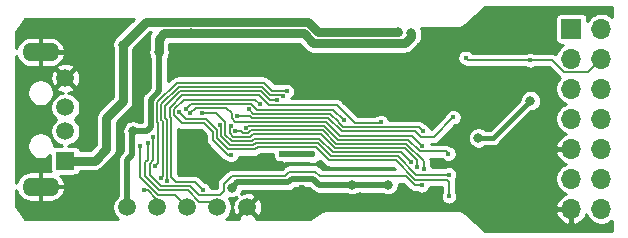
<source format=gbl>
G04 #@! TF.GenerationSoftware,KiCad,Pcbnew,(5.1.10)-1*
G04 #@! TF.CreationDate,2021-07-14T18:31:49+02:00*
G04 #@! TF.ProjectId,MSPBMP2-stick,4d535042-4d50-4322-9d73-7469636b2e6b,rev?*
G04 #@! TF.SameCoordinates,Original*
G04 #@! TF.FileFunction,Copper,L2,Bot*
G04 #@! TF.FilePolarity,Positive*
%FSLAX46Y46*%
G04 Gerber Fmt 4.6, Leading zero omitted, Abs format (unit mm)*
G04 Created by KiCad (PCBNEW (5.1.10)-1) date 2021-07-14 18:31:49*
%MOMM*%
%LPD*%
G01*
G04 APERTURE LIST*
G04 #@! TA.AperFunction,ComponentPad*
%ADD10O,3.150000X1.575000*%
G04 #@! TD*
G04 #@! TA.AperFunction,ComponentPad*
%ADD11C,1.508000*%
G04 #@! TD*
G04 #@! TA.AperFunction,ComponentPad*
%ADD12R,1.508000X1.508000*%
G04 #@! TD*
G04 #@! TA.AperFunction,ComponentPad*
%ADD13O,1.700000X1.700000*%
G04 #@! TD*
G04 #@! TA.AperFunction,ComponentPad*
%ADD14R,1.700000X1.700000*%
G04 #@! TD*
G04 #@! TA.AperFunction,SMDPad,CuDef*
%ADD15C,1.500000*%
G04 #@! TD*
G04 #@! TA.AperFunction,ViaPad*
%ADD16C,1.500000*%
G04 #@! TD*
G04 #@! TA.AperFunction,ViaPad*
%ADD17C,0.800000*%
G04 #@! TD*
G04 #@! TA.AperFunction,ViaPad*
%ADD18C,0.600000*%
G04 #@! TD*
G04 #@! TA.AperFunction,ViaPad*
%ADD19C,0.400000*%
G04 #@! TD*
G04 #@! TA.AperFunction,Conductor*
%ADD20C,0.381000*%
G04 #@! TD*
G04 #@! TA.AperFunction,Conductor*
%ADD21C,0.387000*%
G04 #@! TD*
G04 #@! TA.AperFunction,Conductor*
%ADD22C,0.508000*%
G04 #@! TD*
G04 #@! TA.AperFunction,Conductor*
%ADD23C,0.750000*%
G04 #@! TD*
G04 #@! TA.AperFunction,Conductor*
%ADD24C,0.200000*%
G04 #@! TD*
G04 #@! TA.AperFunction,Conductor*
%ADD25C,0.254000*%
G04 #@! TD*
G04 #@! TA.AperFunction,Conductor*
%ADD26C,0.150000*%
G04 #@! TD*
G04 APERTURE END LIST*
D10*
X66075000Y-66525000D03*
X66075000Y-55125000D03*
D11*
X68175000Y-57325000D03*
X68175000Y-59825000D03*
X68175000Y-61825000D03*
D12*
X68175000Y-64325000D03*
D13*
X113540000Y-68402200D03*
X111000000Y-68402200D03*
X113540000Y-65862200D03*
X111000000Y-65862200D03*
X113540000Y-63322200D03*
X111000000Y-63322200D03*
X113540000Y-60782200D03*
X111000000Y-60782200D03*
X113540000Y-58242200D03*
X111000000Y-58242200D03*
X113540000Y-55702200D03*
X111000000Y-55702200D03*
X113540000Y-53162200D03*
D14*
X111000000Y-53162200D03*
D15*
X83566000Y-68262500D03*
X81026000Y-68262500D03*
X78486000Y-68262500D03*
X75946000Y-68262500D03*
X73406000Y-68262500D03*
D16*
X79100000Y-63500000D03*
D17*
X96300000Y-60450000D03*
X93100000Y-67400000D03*
D18*
X86400000Y-64600000D03*
X88200000Y-66600000D03*
D17*
X92675000Y-56700000D03*
X103300000Y-66500000D03*
X106600000Y-69000000D03*
X87950000Y-68350000D03*
X78550000Y-55850000D03*
X87800000Y-55250000D03*
X99575000Y-56625000D03*
X105850000Y-57250000D03*
X108575000Y-54050000D03*
X71700000Y-58050000D03*
X72075000Y-65250000D03*
X74330000Y-59120000D03*
X73050000Y-54500000D03*
X96375000Y-53400000D03*
X78789990Y-53550010D03*
X89159991Y-54350009D03*
D18*
X86525000Y-63800000D03*
X89075000Y-63800000D03*
D17*
X82300000Y-66600000D03*
X92420000Y-66360000D03*
X95500000Y-66360000D03*
X76100000Y-55150000D03*
X73900000Y-61800000D03*
X103150000Y-62400000D03*
X107550000Y-59250000D03*
X97475000Y-53550000D03*
D19*
X82220000Y-63830000D03*
X84650000Y-59530000D03*
X78361090Y-59911090D03*
X91775000Y-60925000D03*
X79790000Y-66800000D03*
X94860000Y-61050001D03*
X107525000Y-55825000D03*
X102075000Y-55625000D03*
X74850000Y-66850000D03*
X75149980Y-62800000D03*
X74510447Y-63053517D03*
X82710000Y-60540000D03*
X101025000Y-60642500D03*
X75599980Y-62300000D03*
X98352851Y-66400001D03*
X77790000Y-60240000D03*
X100650000Y-67350000D03*
X78750000Y-60300000D03*
X98400000Y-63100000D03*
X98450000Y-61850000D03*
X83700000Y-59950000D03*
X79750000Y-60300000D03*
X97400000Y-64400000D03*
X100600000Y-63750000D03*
X83450000Y-61525000D03*
X81250000Y-61300000D03*
X100650000Y-65500000D03*
X97902851Y-64889249D03*
X82160000Y-61420000D03*
X98500000Y-65050000D03*
X82550000Y-61810000D03*
X76250000Y-65800000D03*
X86560000Y-58880000D03*
X75750000Y-64800000D03*
X86910000Y-58450000D03*
X76750000Y-66050000D03*
X86100000Y-59190000D03*
D20*
X80290521Y-64690521D02*
X79100000Y-63500000D01*
D21*
X80293521Y-64693521D02*
X80290521Y-64690521D01*
X86306479Y-64693521D02*
X80293521Y-64693521D01*
X86400000Y-64600000D02*
X86306479Y-64693521D01*
X80293521Y-64693521D02*
X79100000Y-63500000D01*
D22*
X88200000Y-66600000D02*
X88200000Y-67720000D01*
D23*
X71650000Y-60700000D02*
X73047501Y-59302499D01*
X73047501Y-59302499D02*
X73047501Y-54950001D01*
X71650000Y-63325000D02*
X71650000Y-60700000D01*
X70642000Y-64333000D02*
X71650000Y-63325000D01*
X68183000Y-64333000D02*
X70642000Y-64333000D01*
X68175000Y-64325000D02*
X68183000Y-64333000D01*
X73050000Y-54947502D02*
X73047501Y-54950001D01*
X73050000Y-54500000D02*
X73050000Y-54947502D01*
X74974991Y-52575009D02*
X73050000Y-54500000D01*
X88725009Y-52575009D02*
X74974991Y-52575009D01*
X89550000Y-53400000D02*
X88725009Y-52575009D01*
X96375000Y-53400000D02*
X89550000Y-53400000D01*
X89156493Y-54350009D02*
X89159991Y-54350009D01*
X88356494Y-53550010D02*
X89156493Y-54350009D01*
X78789990Y-53550010D02*
X88356494Y-53550010D01*
D22*
X86525000Y-63800000D02*
X89075000Y-63800000D01*
X89656512Y-66360000D02*
X89930000Y-66360000D01*
X89142511Y-65845999D02*
X89656512Y-66360000D01*
X87320479Y-65845999D02*
X89142511Y-65845999D01*
X89930000Y-66360000D02*
X92420000Y-66360000D01*
X87002469Y-66164009D02*
X87320479Y-65845999D01*
X82735990Y-66164010D02*
X87002469Y-66164009D01*
X82300000Y-66600000D02*
X82735990Y-66164010D01*
X95500000Y-66360000D02*
X92420000Y-66360000D01*
D23*
X89184983Y-54375001D02*
X89159991Y-54350009D01*
X76549990Y-53550010D02*
X78789990Y-53550010D01*
X76100000Y-54000000D02*
X76549990Y-53550010D01*
X76100000Y-55150000D02*
X76100000Y-54000000D01*
D22*
X73856446Y-63818554D02*
X73406000Y-64269000D01*
X73856446Y-61843554D02*
X73856446Y-63818554D01*
X73900000Y-61800000D02*
X73856446Y-61843554D01*
X73900000Y-61800000D02*
X75050000Y-61800000D01*
X75050000Y-61800000D02*
X75385949Y-61464051D01*
X75385949Y-61464051D02*
X75385950Y-59170562D01*
X76100000Y-58456512D02*
X76100000Y-55150000D01*
X75385950Y-59170562D02*
X76100000Y-58456512D01*
D21*
X104400000Y-62400000D02*
X107550000Y-59250000D01*
X103150000Y-62400000D02*
X104400000Y-62400000D01*
D23*
X89184982Y-54375000D02*
X89159991Y-54350009D01*
X96924264Y-54375000D02*
X89184982Y-54375000D01*
X97475000Y-53824264D02*
X97475000Y-53550000D01*
X96924264Y-54375000D02*
X97475000Y-53824264D01*
D22*
X73406000Y-64269000D02*
X73406000Y-68262500D01*
D24*
X84269981Y-59149981D02*
X84650000Y-59530000D01*
X78184017Y-59149981D02*
X84269981Y-59149981D01*
X77339999Y-60456001D02*
X77339999Y-59993999D01*
X79900010Y-61150010D02*
X78034008Y-61150010D01*
X77339999Y-59993999D02*
X78184017Y-59149981D01*
X80649975Y-62555929D02*
X80649975Y-61899975D01*
X78034008Y-61150010D02*
X77339999Y-60456001D01*
X81924046Y-63830000D02*
X80649975Y-62555929D01*
X80649975Y-61899975D02*
X79900010Y-61150010D01*
X82220000Y-63830000D02*
X81924046Y-63830000D01*
X90849998Y-59999998D02*
X91775000Y-60925000D01*
X83899995Y-59499991D02*
X84400002Y-59999998D01*
X80610979Y-59499989D02*
X80610981Y-59499991D01*
X84400002Y-59999998D02*
X90849998Y-59999998D01*
X78772191Y-59499989D02*
X80610979Y-59499989D01*
X80610981Y-59499991D02*
X83899995Y-59499991D01*
X78361090Y-59911090D02*
X78772191Y-59499989D01*
X79790000Y-66800000D02*
X79140000Y-66150000D01*
X79140000Y-66150000D02*
X77516002Y-66150000D01*
X77516002Y-66150000D02*
X77100010Y-65734008D01*
X77100010Y-65734008D02*
X77100010Y-60761000D01*
X76989989Y-59849021D02*
X78039039Y-58799971D01*
X76989989Y-60600979D02*
X76989989Y-59849021D01*
X77100010Y-60711000D02*
X76989989Y-60600979D01*
X77100010Y-60761000D02*
X77100010Y-60711000D01*
X84585973Y-58799971D02*
X85435990Y-59649988D01*
X78039039Y-58799971D02*
X84585973Y-58799971D01*
X91165990Y-59649988D02*
X92665993Y-61149991D01*
X85435990Y-59649988D02*
X91165990Y-59649988D01*
X94760010Y-61149991D02*
X94860000Y-61050001D01*
X92665993Y-61149991D02*
X94760010Y-61149991D01*
X113540000Y-55702200D02*
X112439999Y-56802201D01*
X109400000Y-55825000D02*
X107525000Y-55825000D01*
X110377201Y-56802201D02*
X112439999Y-56802201D01*
X109400000Y-55825000D02*
X110377201Y-56802201D01*
X102274999Y-55824999D02*
X102075000Y-55625000D01*
X107525000Y-55825000D02*
X102274999Y-55824999D01*
X74850000Y-66850000D02*
X75149034Y-66850000D01*
X75946000Y-67646966D02*
X75946000Y-68262500D01*
X75149034Y-66850000D02*
X75946000Y-67646966D01*
X74949989Y-64439021D02*
X75149980Y-64239030D01*
X74949989Y-65660979D02*
X74949989Y-64439021D01*
X76139019Y-66850009D02*
X74949989Y-65660979D01*
X78553511Y-66850009D02*
X76139019Y-66850009D01*
X79500000Y-67796498D02*
X78553511Y-66850009D01*
X80559998Y-67796498D02*
X79500000Y-67796498D01*
X81026000Y-68262500D02*
X80559998Y-67796498D01*
X75149980Y-63850020D02*
X75149980Y-62800000D01*
X75149980Y-64239030D02*
X75149980Y-63850020D01*
X74510447Y-63053517D02*
X74510447Y-65716425D01*
X74510447Y-65716425D02*
X75994041Y-67200019D01*
X77423519Y-67200019D02*
X78486000Y-68262500D01*
X75994041Y-67200019D02*
X77423519Y-67200019D01*
X90405030Y-60700018D02*
X83955030Y-60700018D01*
X83955030Y-60700018D02*
X83795012Y-60540000D01*
X91555023Y-61850011D02*
X90405030Y-60700018D01*
X97784009Y-61850011D02*
X91555023Y-61850011D01*
X98253998Y-62320000D02*
X97784009Y-61850011D01*
X99347500Y-62320000D02*
X98253998Y-62320000D01*
X83795012Y-60540000D02*
X82710000Y-60540000D01*
X101025000Y-60642500D02*
X99347500Y-62320000D01*
X87137000Y-65245990D02*
X89325990Y-65245990D01*
X86772989Y-65610001D02*
X87137000Y-65245990D01*
X81599999Y-66930001D02*
X81599999Y-66263999D01*
X81599999Y-66263999D02*
X82253997Y-65610001D01*
X81280000Y-67250000D02*
X81599999Y-66930001D01*
X78749999Y-66500001D02*
X79499999Y-67250001D01*
X76283999Y-66500001D02*
X78749999Y-66500001D01*
X75300000Y-65516002D02*
X76283999Y-66500001D01*
X82253997Y-65610001D02*
X86772989Y-65610001D01*
X75299999Y-64583999D02*
X75300000Y-65516002D01*
X89739999Y-65659999D02*
X97020023Y-65659999D01*
X79499999Y-67250001D02*
X81280000Y-67250000D01*
X75599980Y-64284018D02*
X75299999Y-64583999D01*
X75599980Y-62300000D02*
X75599980Y-64284018D01*
X89325990Y-65245990D02*
X89739999Y-65659999D01*
X97760025Y-66400001D02*
X97020023Y-65659999D01*
X98352851Y-66400001D02*
X97760025Y-66400001D01*
X100650000Y-66150000D02*
X100650000Y-67350000D01*
X78350000Y-60800000D02*
X80083998Y-60800000D01*
X80083998Y-60800000D02*
X80999983Y-61715985D01*
X80999983Y-61715985D02*
X80999983Y-62410949D01*
X80999983Y-62410949D02*
X81964075Y-63375041D01*
X96155093Y-64300081D02*
X97805013Y-65950001D01*
X81964075Y-63375041D02*
X84245913Y-63375041D01*
X84470866Y-63150088D02*
X89385172Y-63150088D01*
X77790000Y-60240000D02*
X78350000Y-60800000D01*
X89385172Y-63150088D02*
X90535165Y-64300081D01*
X90535165Y-64300081D02*
X96155093Y-64300081D01*
X97805013Y-65950001D02*
X100450001Y-65950001D01*
X84245913Y-63375041D02*
X84470866Y-63150088D01*
X100450001Y-65950001D02*
X100650000Y-66150000D01*
X98400000Y-63070000D02*
X98400000Y-63100000D01*
X90260052Y-61050028D02*
X91410045Y-62200021D01*
X82554026Y-61050028D02*
X90260052Y-61050028D01*
X82259999Y-60756001D02*
X82554026Y-61050028D01*
X82259999Y-60309999D02*
X82259999Y-60756001D01*
X97530021Y-62200021D02*
X98400000Y-63070000D01*
X81799999Y-59849999D02*
X82259999Y-60309999D01*
X91410045Y-62200021D02*
X97530021Y-62200021D01*
X79200001Y-59849999D02*
X81799999Y-59849999D01*
X78750000Y-60300000D02*
X79200001Y-59849999D01*
X91299999Y-61099999D02*
X91700001Y-61500001D01*
X91299999Y-61094987D02*
X91299999Y-61099999D01*
X91700001Y-61500001D02*
X98100001Y-61500001D01*
X90555020Y-60350008D02*
X91299999Y-61094987D01*
X98100001Y-61500001D02*
X98450000Y-61850000D01*
X84100008Y-60350008D02*
X90555020Y-60350008D01*
X83700000Y-59950000D02*
X84100008Y-60350008D01*
X80916002Y-60300000D02*
X79750000Y-60300000D01*
X81700001Y-62120991D02*
X81700001Y-61083999D01*
X83955957Y-62675021D02*
X82254031Y-62675021D01*
X89675128Y-62450068D02*
X84180910Y-62450068D01*
X82254031Y-62675021D02*
X81700001Y-62120991D01*
X90825121Y-63600061D02*
X89675128Y-62450068D01*
X84180910Y-62450068D02*
X83955957Y-62675021D01*
X96600061Y-63600061D02*
X90825121Y-63600061D01*
X81700001Y-61083999D02*
X80916002Y-60300000D01*
X97400000Y-64400000D02*
X96600061Y-63600061D01*
X100400001Y-63550001D02*
X100600000Y-63750000D01*
X97184029Y-62550031D02*
X98183999Y-63550001D01*
X91260055Y-62550031D02*
X97184029Y-62550031D01*
X90110062Y-61400038D02*
X91260055Y-62550031D01*
X83599962Y-61400038D02*
X90110062Y-61400038D01*
X83475000Y-61525000D02*
X83599962Y-61400038D01*
X98183999Y-63550001D02*
X100400001Y-63550001D01*
X83450000Y-61525000D02*
X83475000Y-61525000D01*
X81349993Y-62265971D02*
X81349993Y-61399993D01*
X82109053Y-63025031D02*
X81349993Y-62265971D01*
X84100935Y-63025031D02*
X82109053Y-63025031D01*
X84325888Y-62800078D02*
X84100935Y-63025031D01*
X89530150Y-62800078D02*
X84325888Y-62800078D01*
X96300071Y-63950071D02*
X90680143Y-63950071D01*
X97850001Y-65500001D02*
X96300071Y-63950071D01*
X81349993Y-61399993D02*
X81250000Y-61300000D01*
X90680143Y-63950071D02*
X89530150Y-62800078D01*
X100367158Y-65500000D02*
X100650000Y-65500000D01*
X97850001Y-65500001D02*
X100367158Y-65500000D01*
X82099999Y-62026001D02*
X82099999Y-61480001D01*
X83810979Y-62325011D02*
X82399009Y-62325011D01*
X82399009Y-62325011D02*
X82099999Y-62026001D01*
X84035932Y-62100058D02*
X83810979Y-62325011D01*
X89820106Y-62100058D02*
X84035932Y-62100058D01*
X90970099Y-63250051D02*
X89820106Y-62100058D01*
X96894073Y-63250051D02*
X90970099Y-63250051D01*
X97902851Y-64258829D02*
X96894073Y-63250051D01*
X82099999Y-61480001D02*
X82160000Y-61420000D01*
X97902851Y-64889249D02*
X97902851Y-64258829D01*
X91115077Y-62900041D02*
X89965084Y-61750048D01*
X97039051Y-62900041D02*
X91115077Y-62900041D01*
X89965084Y-61750048D02*
X83890954Y-61750048D01*
X98500000Y-64360990D02*
X97039051Y-62900041D01*
X98500000Y-65050000D02*
X98500000Y-64360990D01*
X83666001Y-61975001D02*
X83890954Y-61750048D01*
X83233999Y-61975001D02*
X83666001Y-61975001D01*
X83068998Y-61810000D02*
X83233999Y-61975001D01*
X82550000Y-61810000D02*
X83068998Y-61810000D01*
X76399990Y-65650010D02*
X76250000Y-65800000D01*
X76289969Y-60890935D02*
X76399989Y-61000955D01*
X76289969Y-59545019D02*
X76289969Y-60890935D01*
X76399989Y-61000955D02*
X76399990Y-65650010D01*
X77764978Y-58070010D02*
X76289969Y-59545019D01*
X84845988Y-58070010D02*
X77764978Y-58070010D01*
X86419999Y-58739999D02*
X85515977Y-58739999D01*
X85515977Y-58739999D02*
X84845988Y-58070010D01*
X86560000Y-58880000D02*
X86419999Y-58739999D01*
X76049981Y-61145935D02*
X76049980Y-64500020D01*
X75939959Y-61035913D02*
X76049981Y-61145935D01*
X75939959Y-59400041D02*
X75939959Y-61035913D01*
X77620000Y-57720000D02*
X75939959Y-59400041D01*
X84740000Y-57720000D02*
X77620000Y-57720000D01*
X84990968Y-57720002D02*
X84740002Y-57720002D01*
X85660955Y-58389989D02*
X84990968Y-57720002D01*
X76049980Y-64500020D02*
X75750000Y-64800000D01*
X86849989Y-58389989D02*
X85660955Y-58389989D01*
X84740002Y-57720002D02*
X84740000Y-57720000D01*
X86910000Y-58450000D02*
X86849989Y-58389989D01*
X76639979Y-59704043D02*
X77894061Y-58449961D01*
X76639979Y-60745957D02*
X76639979Y-59704043D01*
X85470990Y-59190000D02*
X86100000Y-59190000D01*
X76749997Y-60855975D02*
X76639979Y-60745957D01*
X84730951Y-58449961D02*
X85470990Y-59190000D01*
X76749997Y-61794039D02*
X76749997Y-60855975D01*
X76750000Y-61860000D02*
X76749997Y-61794039D01*
X77894061Y-58449961D02*
X84730951Y-58449961D01*
X76750000Y-66050000D02*
X76750000Y-61860000D01*
D25*
X114467000Y-52168697D02*
X114405675Y-52107372D01*
X114183254Y-51958756D01*
X113936114Y-51856387D01*
X113673751Y-51804200D01*
X113406249Y-51804200D01*
X113143886Y-51856387D01*
X112896746Y-51958756D01*
X112674325Y-52107372D01*
X112485172Y-52296525D01*
X112360457Y-52483175D01*
X112360457Y-52312200D01*
X112350649Y-52212615D01*
X112321601Y-52116857D01*
X112274429Y-52028605D01*
X112210948Y-51951252D01*
X112133595Y-51887771D01*
X112045343Y-51840599D01*
X111949585Y-51811551D01*
X111850000Y-51801743D01*
X110150000Y-51801743D01*
X110050415Y-51811551D01*
X109954657Y-51840599D01*
X109866405Y-51887771D01*
X109789052Y-51951252D01*
X109725571Y-52028605D01*
X109678399Y-52116857D01*
X109649351Y-52212615D01*
X109639543Y-52312200D01*
X109639543Y-54012200D01*
X109649351Y-54111785D01*
X109678399Y-54207543D01*
X109725571Y-54295795D01*
X109789052Y-54373148D01*
X109866405Y-54436629D01*
X109954657Y-54483801D01*
X110050415Y-54512849D01*
X110150000Y-54522657D01*
X110320975Y-54522657D01*
X110134325Y-54647372D01*
X109945172Y-54836525D01*
X109796556Y-55058946D01*
X109698678Y-55295244D01*
X109633797Y-55260564D01*
X109519189Y-55225798D01*
X109429861Y-55217000D01*
X109429860Y-55217000D01*
X109400000Y-55214059D01*
X109370140Y-55217000D01*
X107889431Y-55217000D01*
X107860364Y-55197578D01*
X107731516Y-55144208D01*
X107594732Y-55117000D01*
X107455268Y-55117000D01*
X107318484Y-55144208D01*
X107189636Y-55197578D01*
X107160568Y-55217001D01*
X102653888Y-55216999D01*
X102624940Y-55173676D01*
X102526324Y-55075060D01*
X102410364Y-54997578D01*
X102281516Y-54944208D01*
X102144732Y-54917000D01*
X102005268Y-54917000D01*
X101868484Y-54944208D01*
X101739636Y-54997578D01*
X101623676Y-55075060D01*
X101525060Y-55173676D01*
X101447578Y-55289636D01*
X101394208Y-55418484D01*
X101367000Y-55555268D01*
X101367000Y-55694732D01*
X101394208Y-55831516D01*
X101447578Y-55960364D01*
X101525060Y-56076324D01*
X101623676Y-56174940D01*
X101739636Y-56252422D01*
X101868484Y-56305792D01*
X101913320Y-56314710D01*
X101935578Y-56332977D01*
X102005218Y-56370200D01*
X102041202Y-56389434D01*
X102155810Y-56424201D01*
X102274998Y-56435940D01*
X102304869Y-56432998D01*
X107160569Y-56433000D01*
X107189636Y-56452422D01*
X107318484Y-56505792D01*
X107455268Y-56533000D01*
X107594732Y-56533000D01*
X107731516Y-56505792D01*
X107860364Y-56452422D01*
X107889431Y-56433000D01*
X109148159Y-56433000D01*
X109926157Y-57210998D01*
X109945200Y-57234202D01*
X110023355Y-57298342D01*
X109945172Y-57376525D01*
X109796556Y-57598946D01*
X109694187Y-57846086D01*
X109642000Y-58108449D01*
X109642000Y-58375951D01*
X109694187Y-58638314D01*
X109796556Y-58885454D01*
X109945172Y-59107875D01*
X110134325Y-59297028D01*
X110356746Y-59445644D01*
X110517426Y-59512200D01*
X110356746Y-59578756D01*
X110134325Y-59727372D01*
X109945172Y-59916525D01*
X109796556Y-60138946D01*
X109694187Y-60386086D01*
X109642000Y-60648449D01*
X109642000Y-60915951D01*
X109694187Y-61178314D01*
X109796556Y-61425454D01*
X109945172Y-61647875D01*
X110134325Y-61837028D01*
X110356746Y-61985644D01*
X110524059Y-62054947D01*
X110470911Y-62071506D01*
X110237079Y-62198758D01*
X110032566Y-62369183D01*
X109865231Y-62576232D01*
X109741504Y-62811948D01*
X109670120Y-63047276D01*
X109770639Y-63258700D01*
X110936500Y-63258700D01*
X110936500Y-63238700D01*
X111063500Y-63238700D01*
X111063500Y-63258700D01*
X111083500Y-63258700D01*
X111083500Y-63385700D01*
X111063500Y-63385700D01*
X111063500Y-63405700D01*
X110936500Y-63405700D01*
X110936500Y-63385700D01*
X109770639Y-63385700D01*
X109670120Y-63597124D01*
X109741504Y-63832452D01*
X109865231Y-64068168D01*
X110032566Y-64275217D01*
X110237079Y-64445642D01*
X110470911Y-64572894D01*
X110524059Y-64589453D01*
X110356746Y-64658756D01*
X110134325Y-64807372D01*
X109945172Y-64996525D01*
X109796556Y-65218946D01*
X109694187Y-65466086D01*
X109642000Y-65728449D01*
X109642000Y-65995951D01*
X109694187Y-66258314D01*
X109796556Y-66505454D01*
X109945172Y-66727875D01*
X110134325Y-66917028D01*
X110356746Y-67065644D01*
X110524059Y-67134947D01*
X110470911Y-67151506D01*
X110237079Y-67278758D01*
X110032566Y-67449183D01*
X109865231Y-67656232D01*
X109741504Y-67891948D01*
X109670120Y-68127276D01*
X109770639Y-68338700D01*
X110936500Y-68338700D01*
X110936500Y-68318700D01*
X111063500Y-68318700D01*
X111063500Y-68338700D01*
X111083500Y-68338700D01*
X111083500Y-68465700D01*
X111063500Y-68465700D01*
X111063500Y-69631717D01*
X111274924Y-69732082D01*
X111529089Y-69652894D01*
X111762921Y-69525642D01*
X111967434Y-69355217D01*
X112134769Y-69148168D01*
X112258496Y-68912452D01*
X112268206Y-68880442D01*
X112336556Y-69045454D01*
X112485172Y-69267875D01*
X112674325Y-69457028D01*
X112896746Y-69605644D01*
X113143886Y-69708013D01*
X113406249Y-69760200D01*
X113673751Y-69760200D01*
X113936114Y-69708013D01*
X114183254Y-69605644D01*
X114405675Y-69457028D01*
X114467001Y-69395702D01*
X114467001Y-70267000D01*
X103700267Y-70267000D01*
X101884098Y-68677853D01*
X101883500Y-68677124D01*
X109670120Y-68677124D01*
X109741504Y-68912452D01*
X109865231Y-69148168D01*
X110032566Y-69355217D01*
X110237079Y-69525642D01*
X110470911Y-69652894D01*
X110725076Y-69732082D01*
X110936500Y-69631717D01*
X110936500Y-68465700D01*
X109770639Y-68465700D01*
X109670120Y-68677124D01*
X101883500Y-68677124D01*
X101878711Y-68671289D01*
X101844645Y-68643332D01*
X101831284Y-68631641D01*
X101824422Y-68626735D01*
X101797551Y-68604683D01*
X101781796Y-68596262D01*
X101767270Y-68585877D01*
X101735612Y-68571576D01*
X101704957Y-68555190D01*
X101687860Y-68550004D01*
X101671588Y-68542653D01*
X101637748Y-68534803D01*
X101604486Y-68524713D01*
X101586706Y-68522962D01*
X101569313Y-68518927D01*
X101534590Y-68517829D01*
X101526175Y-68517000D01*
X101508386Y-68517000D01*
X101464374Y-68515608D01*
X101456001Y-68517000D01*
X90289182Y-68517000D01*
X90276034Y-68515056D01*
X90236824Y-68517000D01*
X90223825Y-68517000D01*
X90210649Y-68518298D01*
X90171171Y-68520255D01*
X90158508Y-68523433D01*
X90145514Y-68524713D01*
X90107674Y-68536192D01*
X90069338Y-68545813D01*
X90057543Y-68551398D01*
X90045043Y-68555190D01*
X90010166Y-68573832D01*
X89998218Y-68579490D01*
X89987090Y-68586167D01*
X89952449Y-68604683D01*
X89942170Y-68613119D01*
X88852369Y-69267000D01*
X84273958Y-69267000D01*
X84323886Y-69110189D01*
X83566000Y-68352303D01*
X82808114Y-69110189D01*
X82858042Y-69267000D01*
X81786999Y-69267000D01*
X81827928Y-69239652D01*
X82003152Y-69064428D01*
X82140825Y-68858386D01*
X82235656Y-68629445D01*
X82284000Y-68386402D01*
X82284000Y-68138598D01*
X82235656Y-67895555D01*
X82140825Y-67666614D01*
X82003152Y-67460572D01*
X82001926Y-67459346D01*
X82035146Y-67473106D01*
X82210570Y-67508000D01*
X82389430Y-67508000D01*
X82564854Y-67473106D01*
X82651083Y-67437388D01*
X82718309Y-67504614D01*
X82507299Y-67571799D01*
X82392892Y-67791613D01*
X82323567Y-68029523D01*
X82301989Y-68276386D01*
X82328985Y-68522716D01*
X82403520Y-68759045D01*
X82507299Y-68953201D01*
X82718311Y-69020386D01*
X83476197Y-68262500D01*
X83655803Y-68262500D01*
X84413689Y-69020386D01*
X84624701Y-68953201D01*
X84739108Y-68733387D01*
X84808433Y-68495477D01*
X84830011Y-68248614D01*
X84803015Y-68002284D01*
X84728480Y-67765955D01*
X84624701Y-67571799D01*
X84413689Y-67504614D01*
X83655803Y-68262500D01*
X83476197Y-68262500D01*
X83462055Y-68248358D01*
X83551858Y-68158555D01*
X83566000Y-68172697D01*
X84323886Y-67414811D01*
X84256701Y-67203799D01*
X84036887Y-67089392D01*
X83798977Y-67020067D01*
X83552114Y-66998489D01*
X83305784Y-67025485D01*
X83069455Y-67100020D01*
X83051541Y-67109595D01*
X83104659Y-67030099D01*
X83147774Y-66926010D01*
X86965036Y-66926008D01*
X87002469Y-66929695D01*
X87151847Y-66914982D01*
X87295484Y-66871410D01*
X87427861Y-66800654D01*
X87514820Y-66729288D01*
X87514821Y-66729287D01*
X87543891Y-66705430D01*
X87567748Y-66676360D01*
X87636109Y-66607999D01*
X88826881Y-66607999D01*
X89091232Y-66872351D01*
X89115090Y-66901422D01*
X89231120Y-66996645D01*
X89363497Y-67067402D01*
X89507134Y-67110974D01*
X89619086Y-67122000D01*
X89619088Y-67122000D01*
X89656511Y-67125686D01*
X89693934Y-67122000D01*
X91926058Y-67122000D01*
X91989901Y-67164659D01*
X92155146Y-67233106D01*
X92330570Y-67268000D01*
X92509430Y-67268000D01*
X92684854Y-67233106D01*
X92850099Y-67164659D01*
X92913942Y-67122000D01*
X95006058Y-67122000D01*
X95069901Y-67164659D01*
X95235146Y-67233106D01*
X95410570Y-67268000D01*
X95589430Y-67268000D01*
X95764854Y-67233106D01*
X95930099Y-67164659D01*
X96078816Y-67065289D01*
X96205289Y-66938816D01*
X96304659Y-66790099D01*
X96373106Y-66624854D01*
X96408000Y-66449430D01*
X96408000Y-66270570D01*
X96407489Y-66267999D01*
X96768182Y-66267999D01*
X97308981Y-66808798D01*
X97328024Y-66832002D01*
X97420604Y-66907980D01*
X97526228Y-66964437D01*
X97640836Y-66999203D01*
X97715087Y-67006516D01*
X97760025Y-67010942D01*
X97789885Y-67008001D01*
X97988420Y-67008001D01*
X98017487Y-67027423D01*
X98146335Y-67080793D01*
X98283119Y-67108001D01*
X98422583Y-67108001D01*
X98559367Y-67080793D01*
X98688215Y-67027423D01*
X98804175Y-66949941D01*
X98902791Y-66851325D01*
X98980273Y-66735365D01*
X99033643Y-66606517D01*
X99043293Y-66558001D01*
X100042000Y-66558001D01*
X100042001Y-66985568D01*
X100022578Y-67014636D01*
X99969208Y-67143484D01*
X99942000Y-67280268D01*
X99942000Y-67419732D01*
X99969208Y-67556516D01*
X100022578Y-67685364D01*
X100100060Y-67801324D01*
X100198676Y-67899940D01*
X100314636Y-67977422D01*
X100443484Y-68030792D01*
X100580268Y-68058000D01*
X100719732Y-68058000D01*
X100856516Y-68030792D01*
X100985364Y-67977422D01*
X101101324Y-67899940D01*
X101199940Y-67801324D01*
X101277422Y-67685364D01*
X101330792Y-67556516D01*
X101358000Y-67419732D01*
X101358000Y-67280268D01*
X101330792Y-67143484D01*
X101277422Y-67014636D01*
X101258000Y-66985569D01*
X101258000Y-66179860D01*
X101260941Y-66149999D01*
X101249202Y-66030811D01*
X101242276Y-66007979D01*
X101217237Y-65925437D01*
X101277422Y-65835364D01*
X101330792Y-65706516D01*
X101358000Y-65569732D01*
X101358000Y-65430268D01*
X101330792Y-65293484D01*
X101277422Y-65164636D01*
X101199940Y-65048676D01*
X101101324Y-64950060D01*
X100985364Y-64872578D01*
X100856516Y-64819208D01*
X100719732Y-64792000D01*
X100580268Y-64792000D01*
X100443484Y-64819208D01*
X100314636Y-64872578D01*
X100285569Y-64892000D01*
X99190443Y-64892001D01*
X99180792Y-64843484D01*
X99127422Y-64714636D01*
X99108000Y-64685569D01*
X99108000Y-64390850D01*
X99110941Y-64360990D01*
X99099202Y-64241801D01*
X99073782Y-64158001D01*
X100021112Y-64158001D01*
X100050060Y-64201324D01*
X100148676Y-64299940D01*
X100264636Y-64377422D01*
X100393484Y-64430792D01*
X100530268Y-64458000D01*
X100669732Y-64458000D01*
X100806516Y-64430792D01*
X100935364Y-64377422D01*
X101051324Y-64299940D01*
X101149940Y-64201324D01*
X101227422Y-64085364D01*
X101280792Y-63956516D01*
X101308000Y-63819732D01*
X101308000Y-63680268D01*
X101280792Y-63543484D01*
X101227422Y-63414636D01*
X101149940Y-63298676D01*
X101051324Y-63200060D01*
X100935364Y-63122578D01*
X100806516Y-63069208D01*
X100761682Y-63060290D01*
X100739422Y-63042022D01*
X100633798Y-62985565D01*
X100519190Y-62950799D01*
X100429862Y-62942001D01*
X100429861Y-62942001D01*
X100400001Y-62939060D01*
X100370141Y-62942001D01*
X99090443Y-62942001D01*
X99087658Y-62928000D01*
X99317640Y-62928000D01*
X99347500Y-62930941D01*
X99377360Y-62928000D01*
X99377361Y-62928000D01*
X99466689Y-62919202D01*
X99581297Y-62884436D01*
X99686921Y-62827979D01*
X99779501Y-62752001D01*
X99798543Y-62728798D01*
X100216771Y-62310570D01*
X102242000Y-62310570D01*
X102242000Y-62489430D01*
X102276894Y-62664854D01*
X102345341Y-62830099D01*
X102444711Y-62978816D01*
X102571184Y-63105289D01*
X102719901Y-63204659D01*
X102885146Y-63273106D01*
X103060570Y-63308000D01*
X103239430Y-63308000D01*
X103414854Y-63273106D01*
X103580099Y-63204659D01*
X103728816Y-63105289D01*
X103732605Y-63101500D01*
X104365549Y-63101500D01*
X104400000Y-63104893D01*
X104434451Y-63101500D01*
X104434461Y-63101500D01*
X104537518Y-63091350D01*
X104669751Y-63051237D01*
X104791618Y-62986098D01*
X104898435Y-62898435D01*
X104920403Y-62871667D01*
X107634071Y-60158000D01*
X107639430Y-60158000D01*
X107814854Y-60123106D01*
X107980099Y-60054659D01*
X108128816Y-59955289D01*
X108255289Y-59828816D01*
X108354659Y-59680099D01*
X108423106Y-59514854D01*
X108458000Y-59339430D01*
X108458000Y-59160570D01*
X108423106Y-58985146D01*
X108354659Y-58819901D01*
X108255289Y-58671184D01*
X108128816Y-58544711D01*
X107980099Y-58445341D01*
X107814854Y-58376894D01*
X107639430Y-58342000D01*
X107460570Y-58342000D01*
X107285146Y-58376894D01*
X107119901Y-58445341D01*
X106971184Y-58544711D01*
X106844711Y-58671184D01*
X106745341Y-58819901D01*
X106676894Y-58985146D01*
X106642000Y-59160570D01*
X106642000Y-59165929D01*
X104109430Y-61698500D01*
X103732605Y-61698500D01*
X103728816Y-61694711D01*
X103580099Y-61595341D01*
X103414854Y-61526894D01*
X103239430Y-61492000D01*
X103060570Y-61492000D01*
X102885146Y-61526894D01*
X102719901Y-61595341D01*
X102571184Y-61694711D01*
X102444711Y-61821184D01*
X102345341Y-61969901D01*
X102276894Y-62135146D01*
X102242000Y-62310570D01*
X100216771Y-62310570D01*
X101197230Y-61330112D01*
X101231516Y-61323292D01*
X101360364Y-61269922D01*
X101476324Y-61192440D01*
X101574940Y-61093824D01*
X101652422Y-60977864D01*
X101705792Y-60849016D01*
X101733000Y-60712232D01*
X101733000Y-60572768D01*
X101705792Y-60435984D01*
X101652422Y-60307136D01*
X101574940Y-60191176D01*
X101476324Y-60092560D01*
X101360364Y-60015078D01*
X101231516Y-59961708D01*
X101094732Y-59934500D01*
X100955268Y-59934500D01*
X100818484Y-59961708D01*
X100689636Y-60015078D01*
X100573676Y-60092560D01*
X100475060Y-60191176D01*
X100397578Y-60307136D01*
X100344208Y-60435984D01*
X100337388Y-60470270D01*
X99136331Y-61671328D01*
X99130792Y-61643484D01*
X99077422Y-61514636D01*
X98999940Y-61398676D01*
X98901324Y-61300060D01*
X98785364Y-61222578D01*
X98656516Y-61169208D01*
X98622229Y-61162388D01*
X98551045Y-61091204D01*
X98532002Y-61068000D01*
X98439422Y-60992022D01*
X98333798Y-60935565D01*
X98219190Y-60900799D01*
X98129862Y-60892001D01*
X98129861Y-60892001D01*
X98100001Y-60889060D01*
X98070141Y-60892001D01*
X95550442Y-60892001D01*
X95540792Y-60843485D01*
X95487422Y-60714637D01*
X95409940Y-60598677D01*
X95311324Y-60500061D01*
X95195364Y-60422579D01*
X95066516Y-60369209D01*
X94929732Y-60342001D01*
X94790268Y-60342001D01*
X94653484Y-60369209D01*
X94524636Y-60422579D01*
X94408676Y-60500061D01*
X94366746Y-60541991D01*
X92917835Y-60541991D01*
X91617033Y-59241190D01*
X91597991Y-59217987D01*
X91505411Y-59142009D01*
X91399787Y-59085552D01*
X91285179Y-59050786D01*
X91195851Y-59041988D01*
X91195850Y-59041988D01*
X91165990Y-59039047D01*
X91136130Y-59041988D01*
X87298395Y-59041988D01*
X87361324Y-58999940D01*
X87459940Y-58901324D01*
X87537422Y-58785364D01*
X87590792Y-58656516D01*
X87618000Y-58519732D01*
X87618000Y-58380268D01*
X87590792Y-58243484D01*
X87537422Y-58114636D01*
X87459940Y-57998676D01*
X87361324Y-57900060D01*
X87245364Y-57822578D01*
X87116516Y-57769208D01*
X86979732Y-57742000D01*
X86840268Y-57742000D01*
X86703484Y-57769208D01*
X86672628Y-57781989D01*
X85912797Y-57781989D01*
X85442011Y-57311204D01*
X85422969Y-57288001D01*
X85330389Y-57212023D01*
X85224765Y-57155566D01*
X85110157Y-57120800D01*
X85020829Y-57112002D01*
X85020828Y-57112002D01*
X84990968Y-57109061D01*
X84961108Y-57112002D01*
X84769881Y-57112002D01*
X84769861Y-57112000D01*
X84769860Y-57112000D01*
X84740000Y-57109059D01*
X84710140Y-57112000D01*
X77649860Y-57112000D01*
X77620000Y-57109059D01*
X77590139Y-57112000D01*
X77500811Y-57120798D01*
X77386203Y-57155564D01*
X77280579Y-57212021D01*
X77187999Y-57287999D01*
X77168961Y-57311197D01*
X76862000Y-57618158D01*
X76862000Y-55643942D01*
X76904659Y-55580099D01*
X76973106Y-55414854D01*
X77008000Y-55239430D01*
X77008000Y-55060570D01*
X76983000Y-54934887D01*
X76983000Y-54433010D01*
X78574877Y-54433010D01*
X78700560Y-54458010D01*
X78879420Y-54458010D01*
X79005103Y-54433010D01*
X87990744Y-54433010D01*
X88390553Y-54832819D01*
X88454702Y-54928825D01*
X88581175Y-55055298D01*
X88729892Y-55154668D01*
X88895137Y-55223115D01*
X89070561Y-55258009D01*
X89141698Y-55258009D01*
X89184982Y-55262272D01*
X89228267Y-55258009D01*
X89249421Y-55258009D01*
X89249466Y-55258000D01*
X96880898Y-55258000D01*
X96924264Y-55262271D01*
X96967630Y-55258000D01*
X96967637Y-55258000D01*
X97097362Y-55245223D01*
X97263808Y-55194732D01*
X97417206Y-55112740D01*
X97551660Y-55002396D01*
X97579316Y-54968697D01*
X98068702Y-54479312D01*
X98102396Y-54451660D01*
X98212740Y-54317206D01*
X98294732Y-54163808D01*
X98341249Y-54010464D01*
X98345223Y-53997363D01*
X98354192Y-53906295D01*
X98358000Y-53867637D01*
X98358000Y-53867631D01*
X98362271Y-53824265D01*
X98358000Y-53780899D01*
X98358000Y-53765113D01*
X98383000Y-53639430D01*
X98383000Y-53460570D01*
X98348106Y-53285146D01*
X98279659Y-53119901D01*
X98255002Y-53083000D01*
X101456001Y-53083000D01*
X101464374Y-53084392D01*
X101508386Y-53083000D01*
X101526175Y-53083000D01*
X101534590Y-53082171D01*
X101569313Y-53081073D01*
X101586706Y-53077038D01*
X101604486Y-53075287D01*
X101637748Y-53065197D01*
X101671588Y-53057347D01*
X101687860Y-53049996D01*
X101704957Y-53044810D01*
X101735612Y-53028424D01*
X101767270Y-53014123D01*
X101781796Y-53003738D01*
X101797551Y-52995317D01*
X101824422Y-52973265D01*
X101831284Y-52968359D01*
X101844645Y-52956668D01*
X101878711Y-52928711D01*
X101884098Y-52922147D01*
X103700267Y-51333000D01*
X114467000Y-51333000D01*
X114467000Y-52168697D01*
G04 #@! TA.AperFunction,Conductor*
D26*
G36*
X114467000Y-52168697D02*
G01*
X114405675Y-52107372D01*
X114183254Y-51958756D01*
X113936114Y-51856387D01*
X113673751Y-51804200D01*
X113406249Y-51804200D01*
X113143886Y-51856387D01*
X112896746Y-51958756D01*
X112674325Y-52107372D01*
X112485172Y-52296525D01*
X112360457Y-52483175D01*
X112360457Y-52312200D01*
X112350649Y-52212615D01*
X112321601Y-52116857D01*
X112274429Y-52028605D01*
X112210948Y-51951252D01*
X112133595Y-51887771D01*
X112045343Y-51840599D01*
X111949585Y-51811551D01*
X111850000Y-51801743D01*
X110150000Y-51801743D01*
X110050415Y-51811551D01*
X109954657Y-51840599D01*
X109866405Y-51887771D01*
X109789052Y-51951252D01*
X109725571Y-52028605D01*
X109678399Y-52116857D01*
X109649351Y-52212615D01*
X109639543Y-52312200D01*
X109639543Y-54012200D01*
X109649351Y-54111785D01*
X109678399Y-54207543D01*
X109725571Y-54295795D01*
X109789052Y-54373148D01*
X109866405Y-54436629D01*
X109954657Y-54483801D01*
X110050415Y-54512849D01*
X110150000Y-54522657D01*
X110320975Y-54522657D01*
X110134325Y-54647372D01*
X109945172Y-54836525D01*
X109796556Y-55058946D01*
X109698678Y-55295244D01*
X109633797Y-55260564D01*
X109519189Y-55225798D01*
X109429861Y-55217000D01*
X109429860Y-55217000D01*
X109400000Y-55214059D01*
X109370140Y-55217000D01*
X107889431Y-55217000D01*
X107860364Y-55197578D01*
X107731516Y-55144208D01*
X107594732Y-55117000D01*
X107455268Y-55117000D01*
X107318484Y-55144208D01*
X107189636Y-55197578D01*
X107160568Y-55217001D01*
X102653888Y-55216999D01*
X102624940Y-55173676D01*
X102526324Y-55075060D01*
X102410364Y-54997578D01*
X102281516Y-54944208D01*
X102144732Y-54917000D01*
X102005268Y-54917000D01*
X101868484Y-54944208D01*
X101739636Y-54997578D01*
X101623676Y-55075060D01*
X101525060Y-55173676D01*
X101447578Y-55289636D01*
X101394208Y-55418484D01*
X101367000Y-55555268D01*
X101367000Y-55694732D01*
X101394208Y-55831516D01*
X101447578Y-55960364D01*
X101525060Y-56076324D01*
X101623676Y-56174940D01*
X101739636Y-56252422D01*
X101868484Y-56305792D01*
X101913320Y-56314710D01*
X101935578Y-56332977D01*
X102005218Y-56370200D01*
X102041202Y-56389434D01*
X102155810Y-56424201D01*
X102274998Y-56435940D01*
X102304869Y-56432998D01*
X107160569Y-56433000D01*
X107189636Y-56452422D01*
X107318484Y-56505792D01*
X107455268Y-56533000D01*
X107594732Y-56533000D01*
X107731516Y-56505792D01*
X107860364Y-56452422D01*
X107889431Y-56433000D01*
X109148159Y-56433000D01*
X109926157Y-57210998D01*
X109945200Y-57234202D01*
X110023355Y-57298342D01*
X109945172Y-57376525D01*
X109796556Y-57598946D01*
X109694187Y-57846086D01*
X109642000Y-58108449D01*
X109642000Y-58375951D01*
X109694187Y-58638314D01*
X109796556Y-58885454D01*
X109945172Y-59107875D01*
X110134325Y-59297028D01*
X110356746Y-59445644D01*
X110517426Y-59512200D01*
X110356746Y-59578756D01*
X110134325Y-59727372D01*
X109945172Y-59916525D01*
X109796556Y-60138946D01*
X109694187Y-60386086D01*
X109642000Y-60648449D01*
X109642000Y-60915951D01*
X109694187Y-61178314D01*
X109796556Y-61425454D01*
X109945172Y-61647875D01*
X110134325Y-61837028D01*
X110356746Y-61985644D01*
X110524059Y-62054947D01*
X110470911Y-62071506D01*
X110237079Y-62198758D01*
X110032566Y-62369183D01*
X109865231Y-62576232D01*
X109741504Y-62811948D01*
X109670120Y-63047276D01*
X109770639Y-63258700D01*
X110936500Y-63258700D01*
X110936500Y-63238700D01*
X111063500Y-63238700D01*
X111063500Y-63258700D01*
X111083500Y-63258700D01*
X111083500Y-63385700D01*
X111063500Y-63385700D01*
X111063500Y-63405700D01*
X110936500Y-63405700D01*
X110936500Y-63385700D01*
X109770639Y-63385700D01*
X109670120Y-63597124D01*
X109741504Y-63832452D01*
X109865231Y-64068168D01*
X110032566Y-64275217D01*
X110237079Y-64445642D01*
X110470911Y-64572894D01*
X110524059Y-64589453D01*
X110356746Y-64658756D01*
X110134325Y-64807372D01*
X109945172Y-64996525D01*
X109796556Y-65218946D01*
X109694187Y-65466086D01*
X109642000Y-65728449D01*
X109642000Y-65995951D01*
X109694187Y-66258314D01*
X109796556Y-66505454D01*
X109945172Y-66727875D01*
X110134325Y-66917028D01*
X110356746Y-67065644D01*
X110524059Y-67134947D01*
X110470911Y-67151506D01*
X110237079Y-67278758D01*
X110032566Y-67449183D01*
X109865231Y-67656232D01*
X109741504Y-67891948D01*
X109670120Y-68127276D01*
X109770639Y-68338700D01*
X110936500Y-68338700D01*
X110936500Y-68318700D01*
X111063500Y-68318700D01*
X111063500Y-68338700D01*
X111083500Y-68338700D01*
X111083500Y-68465700D01*
X111063500Y-68465700D01*
X111063500Y-69631717D01*
X111274924Y-69732082D01*
X111529089Y-69652894D01*
X111762921Y-69525642D01*
X111967434Y-69355217D01*
X112134769Y-69148168D01*
X112258496Y-68912452D01*
X112268206Y-68880442D01*
X112336556Y-69045454D01*
X112485172Y-69267875D01*
X112674325Y-69457028D01*
X112896746Y-69605644D01*
X113143886Y-69708013D01*
X113406249Y-69760200D01*
X113673751Y-69760200D01*
X113936114Y-69708013D01*
X114183254Y-69605644D01*
X114405675Y-69457028D01*
X114467001Y-69395702D01*
X114467001Y-70267000D01*
X103700267Y-70267000D01*
X101884098Y-68677853D01*
X101883500Y-68677124D01*
X109670120Y-68677124D01*
X109741504Y-68912452D01*
X109865231Y-69148168D01*
X110032566Y-69355217D01*
X110237079Y-69525642D01*
X110470911Y-69652894D01*
X110725076Y-69732082D01*
X110936500Y-69631717D01*
X110936500Y-68465700D01*
X109770639Y-68465700D01*
X109670120Y-68677124D01*
X101883500Y-68677124D01*
X101878711Y-68671289D01*
X101844645Y-68643332D01*
X101831284Y-68631641D01*
X101824422Y-68626735D01*
X101797551Y-68604683D01*
X101781796Y-68596262D01*
X101767270Y-68585877D01*
X101735612Y-68571576D01*
X101704957Y-68555190D01*
X101687860Y-68550004D01*
X101671588Y-68542653D01*
X101637748Y-68534803D01*
X101604486Y-68524713D01*
X101586706Y-68522962D01*
X101569313Y-68518927D01*
X101534590Y-68517829D01*
X101526175Y-68517000D01*
X101508386Y-68517000D01*
X101464374Y-68515608D01*
X101456001Y-68517000D01*
X90289182Y-68517000D01*
X90276034Y-68515056D01*
X90236824Y-68517000D01*
X90223825Y-68517000D01*
X90210649Y-68518298D01*
X90171171Y-68520255D01*
X90158508Y-68523433D01*
X90145514Y-68524713D01*
X90107674Y-68536192D01*
X90069338Y-68545813D01*
X90057543Y-68551398D01*
X90045043Y-68555190D01*
X90010166Y-68573832D01*
X89998218Y-68579490D01*
X89987090Y-68586167D01*
X89952449Y-68604683D01*
X89942170Y-68613119D01*
X88852369Y-69267000D01*
X84273958Y-69267000D01*
X84323886Y-69110189D01*
X83566000Y-68352303D01*
X82808114Y-69110189D01*
X82858042Y-69267000D01*
X81786999Y-69267000D01*
X81827928Y-69239652D01*
X82003152Y-69064428D01*
X82140825Y-68858386D01*
X82235656Y-68629445D01*
X82284000Y-68386402D01*
X82284000Y-68138598D01*
X82235656Y-67895555D01*
X82140825Y-67666614D01*
X82003152Y-67460572D01*
X82001926Y-67459346D01*
X82035146Y-67473106D01*
X82210570Y-67508000D01*
X82389430Y-67508000D01*
X82564854Y-67473106D01*
X82651083Y-67437388D01*
X82718309Y-67504614D01*
X82507299Y-67571799D01*
X82392892Y-67791613D01*
X82323567Y-68029523D01*
X82301989Y-68276386D01*
X82328985Y-68522716D01*
X82403520Y-68759045D01*
X82507299Y-68953201D01*
X82718311Y-69020386D01*
X83476197Y-68262500D01*
X83655803Y-68262500D01*
X84413689Y-69020386D01*
X84624701Y-68953201D01*
X84739108Y-68733387D01*
X84808433Y-68495477D01*
X84830011Y-68248614D01*
X84803015Y-68002284D01*
X84728480Y-67765955D01*
X84624701Y-67571799D01*
X84413689Y-67504614D01*
X83655803Y-68262500D01*
X83476197Y-68262500D01*
X83462055Y-68248358D01*
X83551858Y-68158555D01*
X83566000Y-68172697D01*
X84323886Y-67414811D01*
X84256701Y-67203799D01*
X84036887Y-67089392D01*
X83798977Y-67020067D01*
X83552114Y-66998489D01*
X83305784Y-67025485D01*
X83069455Y-67100020D01*
X83051541Y-67109595D01*
X83104659Y-67030099D01*
X83147774Y-66926010D01*
X86965036Y-66926008D01*
X87002469Y-66929695D01*
X87151847Y-66914982D01*
X87295484Y-66871410D01*
X87427861Y-66800654D01*
X87514820Y-66729288D01*
X87514821Y-66729287D01*
X87543891Y-66705430D01*
X87567748Y-66676360D01*
X87636109Y-66607999D01*
X88826881Y-66607999D01*
X89091232Y-66872351D01*
X89115090Y-66901422D01*
X89231120Y-66996645D01*
X89363497Y-67067402D01*
X89507134Y-67110974D01*
X89619086Y-67122000D01*
X89619088Y-67122000D01*
X89656511Y-67125686D01*
X89693934Y-67122000D01*
X91926058Y-67122000D01*
X91989901Y-67164659D01*
X92155146Y-67233106D01*
X92330570Y-67268000D01*
X92509430Y-67268000D01*
X92684854Y-67233106D01*
X92850099Y-67164659D01*
X92913942Y-67122000D01*
X95006058Y-67122000D01*
X95069901Y-67164659D01*
X95235146Y-67233106D01*
X95410570Y-67268000D01*
X95589430Y-67268000D01*
X95764854Y-67233106D01*
X95930099Y-67164659D01*
X96078816Y-67065289D01*
X96205289Y-66938816D01*
X96304659Y-66790099D01*
X96373106Y-66624854D01*
X96408000Y-66449430D01*
X96408000Y-66270570D01*
X96407489Y-66267999D01*
X96768182Y-66267999D01*
X97308981Y-66808798D01*
X97328024Y-66832002D01*
X97420604Y-66907980D01*
X97526228Y-66964437D01*
X97640836Y-66999203D01*
X97715087Y-67006516D01*
X97760025Y-67010942D01*
X97789885Y-67008001D01*
X97988420Y-67008001D01*
X98017487Y-67027423D01*
X98146335Y-67080793D01*
X98283119Y-67108001D01*
X98422583Y-67108001D01*
X98559367Y-67080793D01*
X98688215Y-67027423D01*
X98804175Y-66949941D01*
X98902791Y-66851325D01*
X98980273Y-66735365D01*
X99033643Y-66606517D01*
X99043293Y-66558001D01*
X100042000Y-66558001D01*
X100042001Y-66985568D01*
X100022578Y-67014636D01*
X99969208Y-67143484D01*
X99942000Y-67280268D01*
X99942000Y-67419732D01*
X99969208Y-67556516D01*
X100022578Y-67685364D01*
X100100060Y-67801324D01*
X100198676Y-67899940D01*
X100314636Y-67977422D01*
X100443484Y-68030792D01*
X100580268Y-68058000D01*
X100719732Y-68058000D01*
X100856516Y-68030792D01*
X100985364Y-67977422D01*
X101101324Y-67899940D01*
X101199940Y-67801324D01*
X101277422Y-67685364D01*
X101330792Y-67556516D01*
X101358000Y-67419732D01*
X101358000Y-67280268D01*
X101330792Y-67143484D01*
X101277422Y-67014636D01*
X101258000Y-66985569D01*
X101258000Y-66179860D01*
X101260941Y-66149999D01*
X101249202Y-66030811D01*
X101242276Y-66007979D01*
X101217237Y-65925437D01*
X101277422Y-65835364D01*
X101330792Y-65706516D01*
X101358000Y-65569732D01*
X101358000Y-65430268D01*
X101330792Y-65293484D01*
X101277422Y-65164636D01*
X101199940Y-65048676D01*
X101101324Y-64950060D01*
X100985364Y-64872578D01*
X100856516Y-64819208D01*
X100719732Y-64792000D01*
X100580268Y-64792000D01*
X100443484Y-64819208D01*
X100314636Y-64872578D01*
X100285569Y-64892000D01*
X99190443Y-64892001D01*
X99180792Y-64843484D01*
X99127422Y-64714636D01*
X99108000Y-64685569D01*
X99108000Y-64390850D01*
X99110941Y-64360990D01*
X99099202Y-64241801D01*
X99073782Y-64158001D01*
X100021112Y-64158001D01*
X100050060Y-64201324D01*
X100148676Y-64299940D01*
X100264636Y-64377422D01*
X100393484Y-64430792D01*
X100530268Y-64458000D01*
X100669732Y-64458000D01*
X100806516Y-64430792D01*
X100935364Y-64377422D01*
X101051324Y-64299940D01*
X101149940Y-64201324D01*
X101227422Y-64085364D01*
X101280792Y-63956516D01*
X101308000Y-63819732D01*
X101308000Y-63680268D01*
X101280792Y-63543484D01*
X101227422Y-63414636D01*
X101149940Y-63298676D01*
X101051324Y-63200060D01*
X100935364Y-63122578D01*
X100806516Y-63069208D01*
X100761682Y-63060290D01*
X100739422Y-63042022D01*
X100633798Y-62985565D01*
X100519190Y-62950799D01*
X100429862Y-62942001D01*
X100429861Y-62942001D01*
X100400001Y-62939060D01*
X100370141Y-62942001D01*
X99090443Y-62942001D01*
X99087658Y-62928000D01*
X99317640Y-62928000D01*
X99347500Y-62930941D01*
X99377360Y-62928000D01*
X99377361Y-62928000D01*
X99466689Y-62919202D01*
X99581297Y-62884436D01*
X99686921Y-62827979D01*
X99779501Y-62752001D01*
X99798543Y-62728798D01*
X100216771Y-62310570D01*
X102242000Y-62310570D01*
X102242000Y-62489430D01*
X102276894Y-62664854D01*
X102345341Y-62830099D01*
X102444711Y-62978816D01*
X102571184Y-63105289D01*
X102719901Y-63204659D01*
X102885146Y-63273106D01*
X103060570Y-63308000D01*
X103239430Y-63308000D01*
X103414854Y-63273106D01*
X103580099Y-63204659D01*
X103728816Y-63105289D01*
X103732605Y-63101500D01*
X104365549Y-63101500D01*
X104400000Y-63104893D01*
X104434451Y-63101500D01*
X104434461Y-63101500D01*
X104537518Y-63091350D01*
X104669751Y-63051237D01*
X104791618Y-62986098D01*
X104898435Y-62898435D01*
X104920403Y-62871667D01*
X107634071Y-60158000D01*
X107639430Y-60158000D01*
X107814854Y-60123106D01*
X107980099Y-60054659D01*
X108128816Y-59955289D01*
X108255289Y-59828816D01*
X108354659Y-59680099D01*
X108423106Y-59514854D01*
X108458000Y-59339430D01*
X108458000Y-59160570D01*
X108423106Y-58985146D01*
X108354659Y-58819901D01*
X108255289Y-58671184D01*
X108128816Y-58544711D01*
X107980099Y-58445341D01*
X107814854Y-58376894D01*
X107639430Y-58342000D01*
X107460570Y-58342000D01*
X107285146Y-58376894D01*
X107119901Y-58445341D01*
X106971184Y-58544711D01*
X106844711Y-58671184D01*
X106745341Y-58819901D01*
X106676894Y-58985146D01*
X106642000Y-59160570D01*
X106642000Y-59165929D01*
X104109430Y-61698500D01*
X103732605Y-61698500D01*
X103728816Y-61694711D01*
X103580099Y-61595341D01*
X103414854Y-61526894D01*
X103239430Y-61492000D01*
X103060570Y-61492000D01*
X102885146Y-61526894D01*
X102719901Y-61595341D01*
X102571184Y-61694711D01*
X102444711Y-61821184D01*
X102345341Y-61969901D01*
X102276894Y-62135146D01*
X102242000Y-62310570D01*
X100216771Y-62310570D01*
X101197230Y-61330112D01*
X101231516Y-61323292D01*
X101360364Y-61269922D01*
X101476324Y-61192440D01*
X101574940Y-61093824D01*
X101652422Y-60977864D01*
X101705792Y-60849016D01*
X101733000Y-60712232D01*
X101733000Y-60572768D01*
X101705792Y-60435984D01*
X101652422Y-60307136D01*
X101574940Y-60191176D01*
X101476324Y-60092560D01*
X101360364Y-60015078D01*
X101231516Y-59961708D01*
X101094732Y-59934500D01*
X100955268Y-59934500D01*
X100818484Y-59961708D01*
X100689636Y-60015078D01*
X100573676Y-60092560D01*
X100475060Y-60191176D01*
X100397578Y-60307136D01*
X100344208Y-60435984D01*
X100337388Y-60470270D01*
X99136331Y-61671328D01*
X99130792Y-61643484D01*
X99077422Y-61514636D01*
X98999940Y-61398676D01*
X98901324Y-61300060D01*
X98785364Y-61222578D01*
X98656516Y-61169208D01*
X98622229Y-61162388D01*
X98551045Y-61091204D01*
X98532002Y-61068000D01*
X98439422Y-60992022D01*
X98333798Y-60935565D01*
X98219190Y-60900799D01*
X98129862Y-60892001D01*
X98129861Y-60892001D01*
X98100001Y-60889060D01*
X98070141Y-60892001D01*
X95550442Y-60892001D01*
X95540792Y-60843485D01*
X95487422Y-60714637D01*
X95409940Y-60598677D01*
X95311324Y-60500061D01*
X95195364Y-60422579D01*
X95066516Y-60369209D01*
X94929732Y-60342001D01*
X94790268Y-60342001D01*
X94653484Y-60369209D01*
X94524636Y-60422579D01*
X94408676Y-60500061D01*
X94366746Y-60541991D01*
X92917835Y-60541991D01*
X91617033Y-59241190D01*
X91597991Y-59217987D01*
X91505411Y-59142009D01*
X91399787Y-59085552D01*
X91285179Y-59050786D01*
X91195851Y-59041988D01*
X91195850Y-59041988D01*
X91165990Y-59039047D01*
X91136130Y-59041988D01*
X87298395Y-59041988D01*
X87361324Y-58999940D01*
X87459940Y-58901324D01*
X87537422Y-58785364D01*
X87590792Y-58656516D01*
X87618000Y-58519732D01*
X87618000Y-58380268D01*
X87590792Y-58243484D01*
X87537422Y-58114636D01*
X87459940Y-57998676D01*
X87361324Y-57900060D01*
X87245364Y-57822578D01*
X87116516Y-57769208D01*
X86979732Y-57742000D01*
X86840268Y-57742000D01*
X86703484Y-57769208D01*
X86672628Y-57781989D01*
X85912797Y-57781989D01*
X85442011Y-57311204D01*
X85422969Y-57288001D01*
X85330389Y-57212023D01*
X85224765Y-57155566D01*
X85110157Y-57120800D01*
X85020829Y-57112002D01*
X85020828Y-57112002D01*
X84990968Y-57109061D01*
X84961108Y-57112002D01*
X84769881Y-57112002D01*
X84769861Y-57112000D01*
X84769860Y-57112000D01*
X84740000Y-57109059D01*
X84710140Y-57112000D01*
X77649860Y-57112000D01*
X77620000Y-57109059D01*
X77590139Y-57112000D01*
X77500811Y-57120798D01*
X77386203Y-57155564D01*
X77280579Y-57212021D01*
X77187999Y-57287999D01*
X77168961Y-57311197D01*
X76862000Y-57618158D01*
X76862000Y-55643942D01*
X76904659Y-55580099D01*
X76973106Y-55414854D01*
X77008000Y-55239430D01*
X77008000Y-55060570D01*
X76983000Y-54934887D01*
X76983000Y-54433010D01*
X78574877Y-54433010D01*
X78700560Y-54458010D01*
X78879420Y-54458010D01*
X79005103Y-54433010D01*
X87990744Y-54433010D01*
X88390553Y-54832819D01*
X88454702Y-54928825D01*
X88581175Y-55055298D01*
X88729892Y-55154668D01*
X88895137Y-55223115D01*
X89070561Y-55258009D01*
X89141698Y-55258009D01*
X89184982Y-55262272D01*
X89228267Y-55258009D01*
X89249421Y-55258009D01*
X89249466Y-55258000D01*
X96880898Y-55258000D01*
X96924264Y-55262271D01*
X96967630Y-55258000D01*
X96967637Y-55258000D01*
X97097362Y-55245223D01*
X97263808Y-55194732D01*
X97417206Y-55112740D01*
X97551660Y-55002396D01*
X97579316Y-54968697D01*
X98068702Y-54479312D01*
X98102396Y-54451660D01*
X98212740Y-54317206D01*
X98294732Y-54163808D01*
X98341249Y-54010464D01*
X98345223Y-53997363D01*
X98354192Y-53906295D01*
X98358000Y-53867637D01*
X98358000Y-53867631D01*
X98362271Y-53824265D01*
X98358000Y-53780899D01*
X98358000Y-53765113D01*
X98383000Y-53639430D01*
X98383000Y-53460570D01*
X98348106Y-53285146D01*
X98279659Y-53119901D01*
X98255002Y-53083000D01*
X101456001Y-53083000D01*
X101464374Y-53084392D01*
X101508386Y-53083000D01*
X101526175Y-53083000D01*
X101534590Y-53082171D01*
X101569313Y-53081073D01*
X101586706Y-53077038D01*
X101604486Y-53075287D01*
X101637748Y-53065197D01*
X101671588Y-53057347D01*
X101687860Y-53049996D01*
X101704957Y-53044810D01*
X101735612Y-53028424D01*
X101767270Y-53014123D01*
X101781796Y-53003738D01*
X101797551Y-52995317D01*
X101824422Y-52973265D01*
X101831284Y-52968359D01*
X101844645Y-52956668D01*
X101878711Y-52928711D01*
X101884098Y-52922147D01*
X103700267Y-51333000D01*
X114467000Y-51333000D01*
X114467000Y-52168697D01*
G37*
G04 #@! TD.AperFunction*
D25*
X72577736Y-53723515D02*
X72471184Y-53794711D01*
X72344711Y-53921184D01*
X72245341Y-54069901D01*
X72176894Y-54235146D01*
X72142000Y-54410570D01*
X72142000Y-54589430D01*
X72167000Y-54715113D01*
X72167000Y-54881261D01*
X72160230Y-54950001D01*
X72164502Y-54993377D01*
X72164501Y-58936749D01*
X71056299Y-60044952D01*
X71022605Y-60072604D01*
X70912261Y-60207058D01*
X70844686Y-60333484D01*
X70830269Y-60360456D01*
X70779777Y-60526902D01*
X70762729Y-60700000D01*
X70767001Y-60743376D01*
X70767000Y-62959249D01*
X70276250Y-63450000D01*
X69423153Y-63450000D01*
X69400601Y-63375657D01*
X69353429Y-63287405D01*
X69289948Y-63210052D01*
X69212595Y-63146571D01*
X69124343Y-63099399D01*
X69028585Y-63070351D01*
X68929000Y-63060543D01*
X68432304Y-63060543D01*
X68543112Y-63038502D01*
X68772781Y-62943370D01*
X68979478Y-62805259D01*
X69155259Y-62629478D01*
X69293370Y-62422781D01*
X69388502Y-62193112D01*
X69437000Y-61949296D01*
X69437000Y-61700704D01*
X69388502Y-61456888D01*
X69293370Y-61227219D01*
X69155259Y-61020522D01*
X68979478Y-60844741D01*
X68949934Y-60825000D01*
X68979478Y-60805259D01*
X69155259Y-60629478D01*
X69293370Y-60422781D01*
X69388502Y-60193112D01*
X69437000Y-59949296D01*
X69437000Y-59700704D01*
X69388502Y-59456888D01*
X69293370Y-59227219D01*
X69155259Y-59020522D01*
X68979478Y-58844741D01*
X68772781Y-58706630D01*
X68543112Y-58611498D01*
X68357452Y-58574568D01*
X68435845Y-58565989D01*
X68672938Y-58491255D01*
X68868066Y-58386957D01*
X68935732Y-58175535D01*
X68175000Y-57414803D01*
X67414268Y-58175535D01*
X67481934Y-58386957D01*
X67702429Y-58501762D01*
X67941083Y-58571345D01*
X67988066Y-58575459D01*
X67806888Y-58611498D01*
X67577219Y-58706630D01*
X67370522Y-58844741D01*
X67194741Y-59020522D01*
X67056630Y-59227219D01*
X66961498Y-59456888D01*
X66913000Y-59700704D01*
X66913000Y-59949296D01*
X66961498Y-60193112D01*
X67056630Y-60422781D01*
X67194741Y-60629478D01*
X67370522Y-60805259D01*
X67400066Y-60825000D01*
X67370522Y-60844741D01*
X67194741Y-61020522D01*
X67056630Y-61227219D01*
X66961498Y-61456888D01*
X66913000Y-61700704D01*
X66913000Y-61949296D01*
X66961498Y-62193112D01*
X67056630Y-62422781D01*
X67194741Y-62629478D01*
X67370522Y-62805259D01*
X67577219Y-62943370D01*
X67806888Y-63038502D01*
X67917696Y-63060543D01*
X67421000Y-63060543D01*
X67321415Y-63070351D01*
X67225657Y-63099399D01*
X67208000Y-63108837D01*
X67208000Y-62963409D01*
X67164459Y-62744516D01*
X67079051Y-62538323D01*
X66955058Y-62352755D01*
X66797245Y-62194942D01*
X66611677Y-62070949D01*
X66405484Y-61985541D01*
X66186591Y-61942000D01*
X65963409Y-61942000D01*
X65744516Y-61985541D01*
X65538323Y-62070949D01*
X65352755Y-62194942D01*
X65194942Y-62352755D01*
X65070949Y-62538323D01*
X64985541Y-62744516D01*
X64942000Y-62963409D01*
X64942000Y-63186591D01*
X64985541Y-63405484D01*
X65070949Y-63611677D01*
X65194942Y-63797245D01*
X65352755Y-63955058D01*
X65538323Y-64079051D01*
X65744516Y-64164459D01*
X65963409Y-64208000D01*
X66186591Y-64208000D01*
X66405484Y-64164459D01*
X66611677Y-64079051D01*
X66797245Y-63955058D01*
X66910543Y-63841760D01*
X66910543Y-65079000D01*
X66920351Y-65178585D01*
X66936257Y-65231020D01*
X66926000Y-65229500D01*
X66138500Y-65229500D01*
X66138500Y-66461500D01*
X68029273Y-66461500D01*
X68130579Y-66259865D01*
X68083687Y-66087900D01*
X67974948Y-65858057D01*
X67823458Y-65653844D01*
X67752402Y-65589457D01*
X68929000Y-65589457D01*
X69028585Y-65579649D01*
X69124343Y-65550601D01*
X69212595Y-65503429D01*
X69289948Y-65439948D01*
X69353429Y-65362595D01*
X69400601Y-65274343D01*
X69418299Y-65216000D01*
X70598634Y-65216000D01*
X70642000Y-65220271D01*
X70685366Y-65216000D01*
X70685373Y-65216000D01*
X70815098Y-65203223D01*
X70981544Y-65152732D01*
X71134942Y-65070740D01*
X71269396Y-64960396D01*
X71297052Y-64926697D01*
X72243708Y-63980043D01*
X72277396Y-63952396D01*
X72387740Y-63817942D01*
X72469732Y-63664544D01*
X72518641Y-63503314D01*
X72520223Y-63498099D01*
X72527184Y-63427422D01*
X72533000Y-63368373D01*
X72533000Y-63368367D01*
X72537271Y-63325001D01*
X72533000Y-63281635D01*
X72533000Y-61065749D01*
X73641204Y-59957546D01*
X73674897Y-59929895D01*
X73785241Y-59795441D01*
X73848392Y-59677293D01*
X73867233Y-59642044D01*
X73917724Y-59475598D01*
X73934773Y-59302499D01*
X73930501Y-59259126D01*
X73930501Y-55016247D01*
X73933000Y-54990874D01*
X73933000Y-54990869D01*
X73937271Y-54947503D01*
X73933000Y-54904137D01*
X73933000Y-54865749D01*
X75340742Y-53458009D01*
X75402515Y-53458009D01*
X75362261Y-53507058D01*
X75298208Y-53626894D01*
X75280269Y-53660456D01*
X75229777Y-53826902D01*
X75212729Y-54000000D01*
X75217001Y-54043375D01*
X75217000Y-54934885D01*
X75192000Y-55060570D01*
X75192000Y-55239430D01*
X75226894Y-55414854D01*
X75295341Y-55580099D01*
X75338001Y-55643944D01*
X75338000Y-58140881D01*
X74873599Y-58605283D01*
X74844529Y-58629140D01*
X74820672Y-58658210D01*
X74820671Y-58658211D01*
X74749305Y-58745170D01*
X74678549Y-58877547D01*
X74634977Y-59021184D01*
X74620264Y-59170562D01*
X74623951Y-59207995D01*
X74623949Y-61038000D01*
X74393942Y-61038000D01*
X74330099Y-60995341D01*
X74164854Y-60926894D01*
X73989430Y-60892000D01*
X73810570Y-60892000D01*
X73635146Y-60926894D01*
X73469901Y-60995341D01*
X73321184Y-61094711D01*
X73194711Y-61221184D01*
X73095341Y-61369901D01*
X73026894Y-61535146D01*
X72992000Y-61710570D01*
X72992000Y-61889430D01*
X73026894Y-62064854D01*
X73094446Y-62227939D01*
X73094447Y-63502923D01*
X72893654Y-63703716D01*
X72864578Y-63727578D01*
X72836503Y-63761788D01*
X72769355Y-63843608D01*
X72749967Y-63879881D01*
X72698598Y-63975986D01*
X72655026Y-64119623D01*
X72645901Y-64212272D01*
X72640314Y-64269000D01*
X72644000Y-64306423D01*
X72644001Y-67258668D01*
X72604072Y-67285348D01*
X72428848Y-67460572D01*
X72291175Y-67666614D01*
X72196344Y-67895555D01*
X72148000Y-68138598D01*
X72148000Y-68386402D01*
X72196344Y-68629445D01*
X72291175Y-68858386D01*
X72428848Y-69064428D01*
X72604072Y-69239652D01*
X72645001Y-69267000D01*
X64785253Y-69267000D01*
X64033000Y-68138621D01*
X64033000Y-66839933D01*
X64066313Y-66962100D01*
X64175052Y-67191943D01*
X64326542Y-67396156D01*
X64514961Y-67566891D01*
X64733068Y-67697586D01*
X64972481Y-67783219D01*
X65224000Y-67820500D01*
X66011500Y-67820500D01*
X66011500Y-66588500D01*
X66138500Y-66588500D01*
X66138500Y-67820500D01*
X66926000Y-67820500D01*
X67177519Y-67783219D01*
X67416932Y-67697586D01*
X67635039Y-67566891D01*
X67823458Y-67396156D01*
X67974948Y-67191943D01*
X68083687Y-66962100D01*
X68130579Y-66790135D01*
X68029273Y-66588500D01*
X66138500Y-66588500D01*
X66011500Y-66588500D01*
X65991500Y-66588500D01*
X65991500Y-66461500D01*
X66011500Y-66461500D01*
X66011500Y-65229500D01*
X65224000Y-65229500D01*
X64972481Y-65266781D01*
X64733068Y-65352414D01*
X64514961Y-65483109D01*
X64326542Y-65653844D01*
X64175052Y-65858057D01*
X64066313Y-66087900D01*
X64033000Y-66210067D01*
X64033000Y-58463409D01*
X64942000Y-58463409D01*
X64942000Y-58686591D01*
X64985541Y-58905484D01*
X65070949Y-59111677D01*
X65194942Y-59297245D01*
X65352755Y-59455058D01*
X65538323Y-59579051D01*
X65744516Y-59664459D01*
X65963409Y-59708000D01*
X66186591Y-59708000D01*
X66405484Y-59664459D01*
X66611677Y-59579051D01*
X66797245Y-59455058D01*
X66955058Y-59297245D01*
X67079051Y-59111677D01*
X67164459Y-58905484D01*
X67208000Y-58686591D01*
X67208000Y-58463409D01*
X67164459Y-58244516D01*
X67079051Y-58038323D01*
X66955058Y-57852755D01*
X66797245Y-57694942D01*
X66611677Y-57570949D01*
X66405484Y-57485541D01*
X66186591Y-57442000D01*
X65963409Y-57442000D01*
X65744516Y-57485541D01*
X65538323Y-57570949D01*
X65352755Y-57694942D01*
X65194942Y-57852755D01*
X65070949Y-58038323D01*
X64985541Y-58244516D01*
X64942000Y-58463409D01*
X64033000Y-58463409D01*
X64033000Y-57338728D01*
X66906968Y-57338728D01*
X66934011Y-57585845D01*
X67008745Y-57822938D01*
X67113043Y-58018066D01*
X67324465Y-58085732D01*
X68085197Y-57325000D01*
X68264803Y-57325000D01*
X69025535Y-58085732D01*
X69236957Y-58018066D01*
X69351762Y-57797571D01*
X69421345Y-57558917D01*
X69443032Y-57311272D01*
X69415989Y-57064155D01*
X69341255Y-56827062D01*
X69236957Y-56631934D01*
X69025535Y-56564268D01*
X68264803Y-57325000D01*
X68085197Y-57325000D01*
X67324465Y-56564268D01*
X67113043Y-56631934D01*
X66998238Y-56852429D01*
X66928655Y-57091083D01*
X66906968Y-57338728D01*
X64033000Y-57338728D01*
X64033000Y-56474465D01*
X67414268Y-56474465D01*
X68175000Y-57235197D01*
X68935732Y-56474465D01*
X68868066Y-56263043D01*
X68647571Y-56148238D01*
X68408917Y-56078655D01*
X68161272Y-56056968D01*
X67914155Y-56084011D01*
X67677062Y-56158745D01*
X67481934Y-56263043D01*
X67414268Y-56474465D01*
X64033000Y-56474465D01*
X64033000Y-55439933D01*
X64066313Y-55562100D01*
X64175052Y-55791943D01*
X64326542Y-55996156D01*
X64514961Y-56166891D01*
X64733068Y-56297586D01*
X64972481Y-56383219D01*
X65224000Y-56420500D01*
X66011500Y-56420500D01*
X66011500Y-55188500D01*
X66138500Y-55188500D01*
X66138500Y-56420500D01*
X66926000Y-56420500D01*
X67177519Y-56383219D01*
X67416932Y-56297586D01*
X67635039Y-56166891D01*
X67823458Y-55996156D01*
X67974948Y-55791943D01*
X68083687Y-55562100D01*
X68130579Y-55390135D01*
X68029273Y-55188500D01*
X66138500Y-55188500D01*
X66011500Y-55188500D01*
X65991500Y-55188500D01*
X65991500Y-55061500D01*
X66011500Y-55061500D01*
X66011500Y-53829500D01*
X66138500Y-53829500D01*
X66138500Y-55061500D01*
X68029273Y-55061500D01*
X68130579Y-54859865D01*
X68083687Y-54687900D01*
X67974948Y-54458057D01*
X67823458Y-54253844D01*
X67635039Y-54083109D01*
X67416932Y-53952414D01*
X67177519Y-53866781D01*
X66926000Y-53829500D01*
X66138500Y-53829500D01*
X66011500Y-53829500D01*
X65224000Y-53829500D01*
X64972481Y-53866781D01*
X64733068Y-53952414D01*
X64514961Y-54083109D01*
X64326542Y-54253844D01*
X64175052Y-54458057D01*
X64066313Y-54687900D01*
X64033000Y-54810067D01*
X64033000Y-53461379D01*
X64785253Y-52333000D01*
X73968249Y-52333000D01*
X72577736Y-53723515D01*
G04 #@! TA.AperFunction,Conductor*
D26*
G36*
X72577736Y-53723515D02*
G01*
X72471184Y-53794711D01*
X72344711Y-53921184D01*
X72245341Y-54069901D01*
X72176894Y-54235146D01*
X72142000Y-54410570D01*
X72142000Y-54589430D01*
X72167000Y-54715113D01*
X72167000Y-54881261D01*
X72160230Y-54950001D01*
X72164502Y-54993377D01*
X72164501Y-58936749D01*
X71056299Y-60044952D01*
X71022605Y-60072604D01*
X70912261Y-60207058D01*
X70844686Y-60333484D01*
X70830269Y-60360456D01*
X70779777Y-60526902D01*
X70762729Y-60700000D01*
X70767001Y-60743376D01*
X70767000Y-62959249D01*
X70276250Y-63450000D01*
X69423153Y-63450000D01*
X69400601Y-63375657D01*
X69353429Y-63287405D01*
X69289948Y-63210052D01*
X69212595Y-63146571D01*
X69124343Y-63099399D01*
X69028585Y-63070351D01*
X68929000Y-63060543D01*
X68432304Y-63060543D01*
X68543112Y-63038502D01*
X68772781Y-62943370D01*
X68979478Y-62805259D01*
X69155259Y-62629478D01*
X69293370Y-62422781D01*
X69388502Y-62193112D01*
X69437000Y-61949296D01*
X69437000Y-61700704D01*
X69388502Y-61456888D01*
X69293370Y-61227219D01*
X69155259Y-61020522D01*
X68979478Y-60844741D01*
X68949934Y-60825000D01*
X68979478Y-60805259D01*
X69155259Y-60629478D01*
X69293370Y-60422781D01*
X69388502Y-60193112D01*
X69437000Y-59949296D01*
X69437000Y-59700704D01*
X69388502Y-59456888D01*
X69293370Y-59227219D01*
X69155259Y-59020522D01*
X68979478Y-58844741D01*
X68772781Y-58706630D01*
X68543112Y-58611498D01*
X68357452Y-58574568D01*
X68435845Y-58565989D01*
X68672938Y-58491255D01*
X68868066Y-58386957D01*
X68935732Y-58175535D01*
X68175000Y-57414803D01*
X67414268Y-58175535D01*
X67481934Y-58386957D01*
X67702429Y-58501762D01*
X67941083Y-58571345D01*
X67988066Y-58575459D01*
X67806888Y-58611498D01*
X67577219Y-58706630D01*
X67370522Y-58844741D01*
X67194741Y-59020522D01*
X67056630Y-59227219D01*
X66961498Y-59456888D01*
X66913000Y-59700704D01*
X66913000Y-59949296D01*
X66961498Y-60193112D01*
X67056630Y-60422781D01*
X67194741Y-60629478D01*
X67370522Y-60805259D01*
X67400066Y-60825000D01*
X67370522Y-60844741D01*
X67194741Y-61020522D01*
X67056630Y-61227219D01*
X66961498Y-61456888D01*
X66913000Y-61700704D01*
X66913000Y-61949296D01*
X66961498Y-62193112D01*
X67056630Y-62422781D01*
X67194741Y-62629478D01*
X67370522Y-62805259D01*
X67577219Y-62943370D01*
X67806888Y-63038502D01*
X67917696Y-63060543D01*
X67421000Y-63060543D01*
X67321415Y-63070351D01*
X67225657Y-63099399D01*
X67208000Y-63108837D01*
X67208000Y-62963409D01*
X67164459Y-62744516D01*
X67079051Y-62538323D01*
X66955058Y-62352755D01*
X66797245Y-62194942D01*
X66611677Y-62070949D01*
X66405484Y-61985541D01*
X66186591Y-61942000D01*
X65963409Y-61942000D01*
X65744516Y-61985541D01*
X65538323Y-62070949D01*
X65352755Y-62194942D01*
X65194942Y-62352755D01*
X65070949Y-62538323D01*
X64985541Y-62744516D01*
X64942000Y-62963409D01*
X64942000Y-63186591D01*
X64985541Y-63405484D01*
X65070949Y-63611677D01*
X65194942Y-63797245D01*
X65352755Y-63955058D01*
X65538323Y-64079051D01*
X65744516Y-64164459D01*
X65963409Y-64208000D01*
X66186591Y-64208000D01*
X66405484Y-64164459D01*
X66611677Y-64079051D01*
X66797245Y-63955058D01*
X66910543Y-63841760D01*
X66910543Y-65079000D01*
X66920351Y-65178585D01*
X66936257Y-65231020D01*
X66926000Y-65229500D01*
X66138500Y-65229500D01*
X66138500Y-66461500D01*
X68029273Y-66461500D01*
X68130579Y-66259865D01*
X68083687Y-66087900D01*
X67974948Y-65858057D01*
X67823458Y-65653844D01*
X67752402Y-65589457D01*
X68929000Y-65589457D01*
X69028585Y-65579649D01*
X69124343Y-65550601D01*
X69212595Y-65503429D01*
X69289948Y-65439948D01*
X69353429Y-65362595D01*
X69400601Y-65274343D01*
X69418299Y-65216000D01*
X70598634Y-65216000D01*
X70642000Y-65220271D01*
X70685366Y-65216000D01*
X70685373Y-65216000D01*
X70815098Y-65203223D01*
X70981544Y-65152732D01*
X71134942Y-65070740D01*
X71269396Y-64960396D01*
X71297052Y-64926697D01*
X72243708Y-63980043D01*
X72277396Y-63952396D01*
X72387740Y-63817942D01*
X72469732Y-63664544D01*
X72518641Y-63503314D01*
X72520223Y-63498099D01*
X72527184Y-63427422D01*
X72533000Y-63368373D01*
X72533000Y-63368367D01*
X72537271Y-63325001D01*
X72533000Y-63281635D01*
X72533000Y-61065749D01*
X73641204Y-59957546D01*
X73674897Y-59929895D01*
X73785241Y-59795441D01*
X73848392Y-59677293D01*
X73867233Y-59642044D01*
X73917724Y-59475598D01*
X73934773Y-59302499D01*
X73930501Y-59259126D01*
X73930501Y-55016247D01*
X73933000Y-54990874D01*
X73933000Y-54990869D01*
X73937271Y-54947503D01*
X73933000Y-54904137D01*
X73933000Y-54865749D01*
X75340742Y-53458009D01*
X75402515Y-53458009D01*
X75362261Y-53507058D01*
X75298208Y-53626894D01*
X75280269Y-53660456D01*
X75229777Y-53826902D01*
X75212729Y-54000000D01*
X75217001Y-54043375D01*
X75217000Y-54934885D01*
X75192000Y-55060570D01*
X75192000Y-55239430D01*
X75226894Y-55414854D01*
X75295341Y-55580099D01*
X75338001Y-55643944D01*
X75338000Y-58140881D01*
X74873599Y-58605283D01*
X74844529Y-58629140D01*
X74820672Y-58658210D01*
X74820671Y-58658211D01*
X74749305Y-58745170D01*
X74678549Y-58877547D01*
X74634977Y-59021184D01*
X74620264Y-59170562D01*
X74623951Y-59207995D01*
X74623949Y-61038000D01*
X74393942Y-61038000D01*
X74330099Y-60995341D01*
X74164854Y-60926894D01*
X73989430Y-60892000D01*
X73810570Y-60892000D01*
X73635146Y-60926894D01*
X73469901Y-60995341D01*
X73321184Y-61094711D01*
X73194711Y-61221184D01*
X73095341Y-61369901D01*
X73026894Y-61535146D01*
X72992000Y-61710570D01*
X72992000Y-61889430D01*
X73026894Y-62064854D01*
X73094446Y-62227939D01*
X73094447Y-63502923D01*
X72893654Y-63703716D01*
X72864578Y-63727578D01*
X72836503Y-63761788D01*
X72769355Y-63843608D01*
X72749967Y-63879881D01*
X72698598Y-63975986D01*
X72655026Y-64119623D01*
X72645901Y-64212272D01*
X72640314Y-64269000D01*
X72644000Y-64306423D01*
X72644001Y-67258668D01*
X72604072Y-67285348D01*
X72428848Y-67460572D01*
X72291175Y-67666614D01*
X72196344Y-67895555D01*
X72148000Y-68138598D01*
X72148000Y-68386402D01*
X72196344Y-68629445D01*
X72291175Y-68858386D01*
X72428848Y-69064428D01*
X72604072Y-69239652D01*
X72645001Y-69267000D01*
X64785253Y-69267000D01*
X64033000Y-68138621D01*
X64033000Y-66839933D01*
X64066313Y-66962100D01*
X64175052Y-67191943D01*
X64326542Y-67396156D01*
X64514961Y-67566891D01*
X64733068Y-67697586D01*
X64972481Y-67783219D01*
X65224000Y-67820500D01*
X66011500Y-67820500D01*
X66011500Y-66588500D01*
X66138500Y-66588500D01*
X66138500Y-67820500D01*
X66926000Y-67820500D01*
X67177519Y-67783219D01*
X67416932Y-67697586D01*
X67635039Y-67566891D01*
X67823458Y-67396156D01*
X67974948Y-67191943D01*
X68083687Y-66962100D01*
X68130579Y-66790135D01*
X68029273Y-66588500D01*
X66138500Y-66588500D01*
X66011500Y-66588500D01*
X65991500Y-66588500D01*
X65991500Y-66461500D01*
X66011500Y-66461500D01*
X66011500Y-65229500D01*
X65224000Y-65229500D01*
X64972481Y-65266781D01*
X64733068Y-65352414D01*
X64514961Y-65483109D01*
X64326542Y-65653844D01*
X64175052Y-65858057D01*
X64066313Y-66087900D01*
X64033000Y-66210067D01*
X64033000Y-58463409D01*
X64942000Y-58463409D01*
X64942000Y-58686591D01*
X64985541Y-58905484D01*
X65070949Y-59111677D01*
X65194942Y-59297245D01*
X65352755Y-59455058D01*
X65538323Y-59579051D01*
X65744516Y-59664459D01*
X65963409Y-59708000D01*
X66186591Y-59708000D01*
X66405484Y-59664459D01*
X66611677Y-59579051D01*
X66797245Y-59455058D01*
X66955058Y-59297245D01*
X67079051Y-59111677D01*
X67164459Y-58905484D01*
X67208000Y-58686591D01*
X67208000Y-58463409D01*
X67164459Y-58244516D01*
X67079051Y-58038323D01*
X66955058Y-57852755D01*
X66797245Y-57694942D01*
X66611677Y-57570949D01*
X66405484Y-57485541D01*
X66186591Y-57442000D01*
X65963409Y-57442000D01*
X65744516Y-57485541D01*
X65538323Y-57570949D01*
X65352755Y-57694942D01*
X65194942Y-57852755D01*
X65070949Y-58038323D01*
X64985541Y-58244516D01*
X64942000Y-58463409D01*
X64033000Y-58463409D01*
X64033000Y-57338728D01*
X66906968Y-57338728D01*
X66934011Y-57585845D01*
X67008745Y-57822938D01*
X67113043Y-58018066D01*
X67324465Y-58085732D01*
X68085197Y-57325000D01*
X68264803Y-57325000D01*
X69025535Y-58085732D01*
X69236957Y-58018066D01*
X69351762Y-57797571D01*
X69421345Y-57558917D01*
X69443032Y-57311272D01*
X69415989Y-57064155D01*
X69341255Y-56827062D01*
X69236957Y-56631934D01*
X69025535Y-56564268D01*
X68264803Y-57325000D01*
X68085197Y-57325000D01*
X67324465Y-56564268D01*
X67113043Y-56631934D01*
X66998238Y-56852429D01*
X66928655Y-57091083D01*
X66906968Y-57338728D01*
X64033000Y-57338728D01*
X64033000Y-56474465D01*
X67414268Y-56474465D01*
X68175000Y-57235197D01*
X68935732Y-56474465D01*
X68868066Y-56263043D01*
X68647571Y-56148238D01*
X68408917Y-56078655D01*
X68161272Y-56056968D01*
X67914155Y-56084011D01*
X67677062Y-56158745D01*
X67481934Y-56263043D01*
X67414268Y-56474465D01*
X64033000Y-56474465D01*
X64033000Y-55439933D01*
X64066313Y-55562100D01*
X64175052Y-55791943D01*
X64326542Y-55996156D01*
X64514961Y-56166891D01*
X64733068Y-56297586D01*
X64972481Y-56383219D01*
X65224000Y-56420500D01*
X66011500Y-56420500D01*
X66011500Y-55188500D01*
X66138500Y-55188500D01*
X66138500Y-56420500D01*
X66926000Y-56420500D01*
X67177519Y-56383219D01*
X67416932Y-56297586D01*
X67635039Y-56166891D01*
X67823458Y-55996156D01*
X67974948Y-55791943D01*
X68083687Y-55562100D01*
X68130579Y-55390135D01*
X68029273Y-55188500D01*
X66138500Y-55188500D01*
X66011500Y-55188500D01*
X65991500Y-55188500D01*
X65991500Y-55061500D01*
X66011500Y-55061500D01*
X66011500Y-53829500D01*
X66138500Y-53829500D01*
X66138500Y-55061500D01*
X68029273Y-55061500D01*
X68130579Y-54859865D01*
X68083687Y-54687900D01*
X67974948Y-54458057D01*
X67823458Y-54253844D01*
X67635039Y-54083109D01*
X67416932Y-53952414D01*
X67177519Y-53866781D01*
X66926000Y-53829500D01*
X66138500Y-53829500D01*
X66011500Y-53829500D01*
X65224000Y-53829500D01*
X64972481Y-53866781D01*
X64733068Y-53952414D01*
X64514961Y-54083109D01*
X64326542Y-54253844D01*
X64175052Y-54458057D01*
X64066313Y-54687900D01*
X64033000Y-54810067D01*
X64033000Y-53461379D01*
X64785253Y-52333000D01*
X73968249Y-52333000D01*
X72577736Y-53723515D01*
G37*
G04 #@! TD.AperFunction*
D25*
X77800210Y-61714446D02*
X77913339Y-61748763D01*
X77914819Y-61749212D01*
X78003965Y-61757992D01*
X78034008Y-61760951D01*
X78063868Y-61758010D01*
X79648169Y-61758010D01*
X80041975Y-62151817D01*
X80041975Y-62526069D01*
X80039034Y-62555929D01*
X80043906Y-62605391D01*
X80050773Y-62675117D01*
X80085539Y-62789725D01*
X80141996Y-62895349D01*
X80217974Y-62987930D01*
X80241177Y-63006972D01*
X81473007Y-64238803D01*
X81492045Y-64262001D01*
X81584625Y-64337979D01*
X81690249Y-64394436D01*
X81804857Y-64429202D01*
X81848893Y-64433539D01*
X81884636Y-64457422D01*
X82013484Y-64510792D01*
X82150268Y-64538000D01*
X82289732Y-64538000D01*
X82426516Y-64510792D01*
X82555364Y-64457422D01*
X82671324Y-64379940D01*
X82769940Y-64281324D01*
X82847422Y-64165364D01*
X82900792Y-64036516D01*
X82911429Y-63983041D01*
X84216053Y-63983041D01*
X84245913Y-63985982D01*
X84275773Y-63983041D01*
X84275774Y-63983041D01*
X84365102Y-63974243D01*
X84479710Y-63939477D01*
X84585334Y-63883020D01*
X84677914Y-63807042D01*
X84696957Y-63783838D01*
X84722707Y-63758088D01*
X85717000Y-63758088D01*
X85717000Y-63879581D01*
X85748051Y-64035685D01*
X85808959Y-64182732D01*
X85897385Y-64315070D01*
X86009930Y-64427615D01*
X86142268Y-64516041D01*
X86289315Y-64576949D01*
X86445419Y-64608000D01*
X86604581Y-64608000D01*
X86760685Y-64576949D01*
X86796776Y-64562000D01*
X88803224Y-64562000D01*
X88839315Y-64576949D01*
X88995419Y-64608000D01*
X89154581Y-64608000D01*
X89310685Y-64576949D01*
X89457732Y-64516041D01*
X89590070Y-64427615D01*
X89696464Y-64321221D01*
X90084126Y-64708884D01*
X90103164Y-64732082D01*
X90195744Y-64808060D01*
X90301368Y-64864517D01*
X90415976Y-64899283D01*
X90504269Y-64907979D01*
X90535165Y-64911022D01*
X90565025Y-64908081D01*
X95903252Y-64908081D01*
X96047170Y-65051999D01*
X89991841Y-65051999D01*
X89777033Y-64837192D01*
X89757991Y-64813989D01*
X89665411Y-64738011D01*
X89559787Y-64681554D01*
X89445179Y-64646788D01*
X89355851Y-64637990D01*
X89355850Y-64637990D01*
X89325990Y-64635049D01*
X89296130Y-64637990D01*
X87166860Y-64637990D01*
X87136999Y-64635049D01*
X87107139Y-64637990D01*
X87017811Y-64646788D01*
X86903203Y-64681554D01*
X86797579Y-64738011D01*
X86704999Y-64813989D01*
X86685956Y-64837193D01*
X86521148Y-65002001D01*
X82283857Y-65002001D01*
X82253997Y-64999060D01*
X82224136Y-65002001D01*
X82134808Y-65010799D01*
X82020200Y-65045565D01*
X81914576Y-65102022D01*
X81821996Y-65178000D01*
X81802953Y-65201204D01*
X81191197Y-65812960D01*
X81167999Y-65831998D01*
X81125482Y-65883806D01*
X81092020Y-65924579D01*
X81079500Y-65948002D01*
X81035563Y-66030202D01*
X81000797Y-66144810D01*
X80993588Y-66218001D01*
X80989058Y-66263999D01*
X80991999Y-66293859D01*
X80991999Y-66642000D01*
X80480443Y-66642001D01*
X80470792Y-66593484D01*
X80417422Y-66464636D01*
X80339940Y-66348676D01*
X80241324Y-66250060D01*
X80125364Y-66172578D01*
X79996516Y-66119208D01*
X79962229Y-66112388D01*
X79591044Y-65741203D01*
X79572001Y-65717999D01*
X79479421Y-65642021D01*
X79373797Y-65585564D01*
X79259189Y-65550798D01*
X79169861Y-65542000D01*
X79169860Y-65542000D01*
X79140000Y-65539059D01*
X79110140Y-65542000D01*
X77767844Y-65542000D01*
X77708010Y-65482167D01*
X77708010Y-61665164D01*
X77800210Y-61714446D01*
G04 #@! TA.AperFunction,Conductor*
D26*
G36*
X77800210Y-61714446D02*
G01*
X77913339Y-61748763D01*
X77914819Y-61749212D01*
X78003965Y-61757992D01*
X78034008Y-61760951D01*
X78063868Y-61758010D01*
X79648169Y-61758010D01*
X80041975Y-62151817D01*
X80041975Y-62526069D01*
X80039034Y-62555929D01*
X80043906Y-62605391D01*
X80050773Y-62675117D01*
X80085539Y-62789725D01*
X80141996Y-62895349D01*
X80217974Y-62987930D01*
X80241177Y-63006972D01*
X81473007Y-64238803D01*
X81492045Y-64262001D01*
X81584625Y-64337979D01*
X81690249Y-64394436D01*
X81804857Y-64429202D01*
X81848893Y-64433539D01*
X81884636Y-64457422D01*
X82013484Y-64510792D01*
X82150268Y-64538000D01*
X82289732Y-64538000D01*
X82426516Y-64510792D01*
X82555364Y-64457422D01*
X82671324Y-64379940D01*
X82769940Y-64281324D01*
X82847422Y-64165364D01*
X82900792Y-64036516D01*
X82911429Y-63983041D01*
X84216053Y-63983041D01*
X84245913Y-63985982D01*
X84275773Y-63983041D01*
X84275774Y-63983041D01*
X84365102Y-63974243D01*
X84479710Y-63939477D01*
X84585334Y-63883020D01*
X84677914Y-63807042D01*
X84696957Y-63783838D01*
X84722707Y-63758088D01*
X85717000Y-63758088D01*
X85717000Y-63879581D01*
X85748051Y-64035685D01*
X85808959Y-64182732D01*
X85897385Y-64315070D01*
X86009930Y-64427615D01*
X86142268Y-64516041D01*
X86289315Y-64576949D01*
X86445419Y-64608000D01*
X86604581Y-64608000D01*
X86760685Y-64576949D01*
X86796776Y-64562000D01*
X88803224Y-64562000D01*
X88839315Y-64576949D01*
X88995419Y-64608000D01*
X89154581Y-64608000D01*
X89310685Y-64576949D01*
X89457732Y-64516041D01*
X89590070Y-64427615D01*
X89696464Y-64321221D01*
X90084126Y-64708884D01*
X90103164Y-64732082D01*
X90195744Y-64808060D01*
X90301368Y-64864517D01*
X90415976Y-64899283D01*
X90504269Y-64907979D01*
X90535165Y-64911022D01*
X90565025Y-64908081D01*
X95903252Y-64908081D01*
X96047170Y-65051999D01*
X89991841Y-65051999D01*
X89777033Y-64837192D01*
X89757991Y-64813989D01*
X89665411Y-64738011D01*
X89559787Y-64681554D01*
X89445179Y-64646788D01*
X89355851Y-64637990D01*
X89355850Y-64637990D01*
X89325990Y-64635049D01*
X89296130Y-64637990D01*
X87166860Y-64637990D01*
X87136999Y-64635049D01*
X87107139Y-64637990D01*
X87017811Y-64646788D01*
X86903203Y-64681554D01*
X86797579Y-64738011D01*
X86704999Y-64813989D01*
X86685956Y-64837193D01*
X86521148Y-65002001D01*
X82283857Y-65002001D01*
X82253997Y-64999060D01*
X82224136Y-65002001D01*
X82134808Y-65010799D01*
X82020200Y-65045565D01*
X81914576Y-65102022D01*
X81821996Y-65178000D01*
X81802953Y-65201204D01*
X81191197Y-65812960D01*
X81167999Y-65831998D01*
X81125482Y-65883806D01*
X81092020Y-65924579D01*
X81079500Y-65948002D01*
X81035563Y-66030202D01*
X81000797Y-66144810D01*
X80993588Y-66218001D01*
X80989058Y-66263999D01*
X80991999Y-66293859D01*
X80991999Y-66642000D01*
X80480443Y-66642001D01*
X80470792Y-66593484D01*
X80417422Y-66464636D01*
X80339940Y-66348676D01*
X80241324Y-66250060D01*
X80125364Y-66172578D01*
X79996516Y-66119208D01*
X79962229Y-66112388D01*
X79591044Y-65741203D01*
X79572001Y-65717999D01*
X79479421Y-65642021D01*
X79373797Y-65585564D01*
X79259189Y-65550798D01*
X79169861Y-65542000D01*
X79169860Y-65542000D01*
X79140000Y-65539059D01*
X79110140Y-65542000D01*
X77767844Y-65542000D01*
X77708010Y-65482167D01*
X77708010Y-61665164D01*
X77800210Y-61714446D01*
G37*
G04 #@! TD.AperFunction*
M02*

</source>
